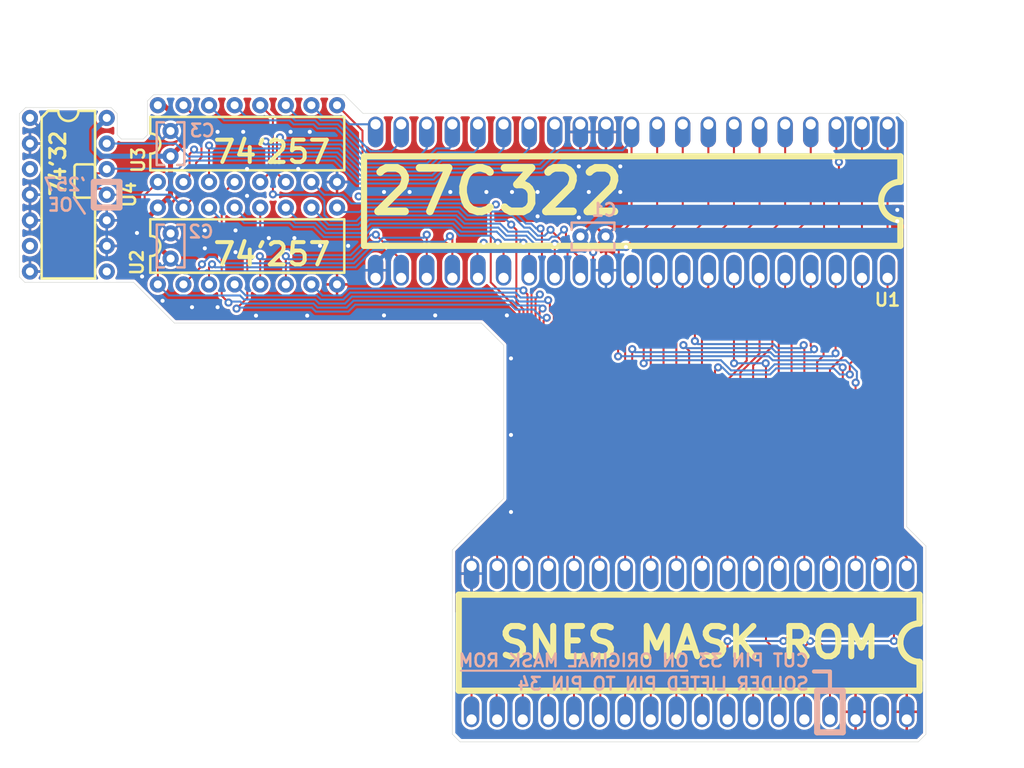
<source format=kicad_pcb>
(kicad_pcb (version 20240108) (generator "pcbnew") (generator_version "8.0")
  (layers (0 "F.Cu" signal) (31 "B.Cu" signal) (34 "B.Paste" user) (35 "F.Paste" user) (36 "B.SilkS" user "B.Silkscreen") (37 "F.SilkS" user "F.Silkscreen") (38 "B.Mask" user) (39 "F.Mask" user) (44 "Edge.Cuts" user))
  (net 0 "")
  (net 1 "VCC")
  (net 2 "GND")
  (net 3 "/~{OE}")
  (net 4 "Net-(JP1-A)")
  (net 5 "/A_{17}")
  (net 6 "/A_{15}")
  (net 7 "/A_{14}")
  (net 8 "/A_{19}")
  (net 9 "/D_{6}")
  (net 10 "/D_{2}")
  (net 11 "/A_{8}")
  (net 12 "/A_{21}")
  (net 13 "/~{CE}")
  (net 14 "/D_{1}")
  (net 15 "/A_{3}")
  (net 16 "/A_{7}")
  (net 17 "/A_{5}")
  (net 18 "/D_{4}")
  (net 19 "/D_{0}")
  (net 20 "/A_{20}")
  (net 21 "/A_{6}")
  (net 22 "/A_{12}")
  (net 23 "/D_{3}")
  (net 24 "/A_{0}")
  (net 25 "/A_{10}")
  (net 26 "/A_{18}")
  (net 27 "/A_{4}")
  (net 28 "/A_{11}")
  (net 29 "/A_{16}")
  (net 31 "/A_{1}")
  (net 32 "/D_{5}")
  (net 33 "/A_{2}")
  (net 34 "/A_{9}")
  (net 35 "/A_{13}")
  (net 36 "/D_{7}")
  (net 37 "/Q_{0}")
  (net 38 "/Q_{12}")
  (net 39 "/Q_{11}")
  (net 40 "/Q_{3}")
  (net 41 "/Q_{13}")
  (net 42 "/Q_{15}")
  (net 43 "/Q_{6}")
  (net 44 "/Q_{4}")
  (net 45 "/Q_{5}")
  (net 46 "/Q_{10}")
  (net 47 "/Q_{14}")
  (net 48 "/Q_{2}")
  (net 49 "/Q_{1}")
  (net 50 "/Q_{8}")
  (net 51 "/Q_{7}")
  (net 52 "/Q_{9}")
  (footprint "Bucketmouse:PDIP_42_Offset_Pads" (layer "F.Cu") (at 165.5318 82.1817)
    (property "Reference" "U1")
    (property "Value" "27C322")
  )
  (footprint "Bucketmouse:DIP-14_W7.62mm" (layer "F.Cu") (at 104.5718 75.2)
    (property "Reference" "U4")
    (property "Value" "74LS32")
  )
  (footprint "Bucketmouse:SJ" (layer "F.Cu") (at 110.0074 81.4578 90)
    (property "Reference" "JP1" (hide yes))
    (property "Value" "Jumper_2_Open")
  )
  (footprint "Bucketmouse:DIP-16_W7.62mm" (layer "F.Cu") (at 117.26 81.56 90)
    (property "Reference" "U3")
    (property "Value" "74CBTLV3257")
  )
  (footprint "Bucketmouse:DIP-16_W7.62mm" (layer "F.Cu") (at 117.26 91.72 90)
    (property "Reference" "U2")
    (property "Value" "74CBTLV3257")
  )
  (footprint "Bucketmouse:36-PDIP" (layer "F.Cu") (at 169.9768 127.2667)
    (property "Reference" "U$1" (hide yes))
    (property "Value" "29F016")
  )
  (footprint "Bucketmouse:C_THT" (layer "B.Cu") (at 118.53 89.16 90)
    (property "Reference" "C2")
    (property "Value" "C")
  )
  (footprint "Bucketmouse:C_THT" (layer "B.Cu") (at 159.19 86.96)
    (property "Reference" "C1")
    (property "Value" "C")
  )
  (footprint "Bucketmouse:C_THT" (layer "B.Cu") (at 118.52 79 90)
    (property "Reference" "C3")
    (property "Value" "C")
  )
  (gr_line (start 183.9468 132.0292) (end 182.6768 132.0292) (stroke (width 0.6096)) (layer "B.SilkS"))
  (gr_line (start 183.9468 130.1242) (end 183.9468 132.0292) (stroke (width 0.4064)) (layer "B.SilkS"))
  (gr_line (start 147.32 130.048) (end 169.799 130.048) (stroke (width 0.2)) (layer "B.SilkS"))
  (gr_line (start 110.9091 84.074) (end 110.9091 81.5594) (stroke (width 0.6096)) (layer "B.SilkS"))
  (gr_line (start 185.2168 136.1567) (end 185.2168 132.0292) (stroke (width 0.6096)) (layer "B.SilkS"))
  (gr_line (start 182.6768 132.0292) (end 182.6768 136.1567) (stroke (width 0.6096)) (layer "B.SilkS"))
  (gr_line (start 185.2168 132.0292) (end 183.9468 132.0292) (stroke (width 0.6096)) (layer "B.SilkS"))
  (gr_line (start 182.6768 136.1567) (end 185.2168 136.1567) (stroke (width 0.6096)) (layer "B.SilkS"))
  (gr_line (start 113.4491 84.074) (end 113.4491 81.5594) (stroke (width 0.6096)) (layer "B.SilkS"))
  (gr_line (start 182.3593 130.1242) (end 183.9468 130.1242) (stroke (width 0.4064)) (layer "B.SilkS"))
  (gr_line (start 110.9218 81.5467) (end 113.4618 81.5467) (stroke (width 0.6096)) (layer "B.SilkS"))
  (gr_line (start 110.9218 84.0867) (end 113.4618 84.0867) (stroke (width 0.6096)) (layer "B.SilkS"))
  (gr_line (start 147.1168 132.0292) (end 192.8368 132.0292) (stroke (width 0.6096)) (layer "F.SilkS"))
  (gr_line (start 147.1168 122.5042) (end 192.8368 122.5042) (stroke (width 0.6096)) (layer "F.SilkS"))
  (gr_line (start 192.8368 122.5042) (end 192.8368 125.3617) (stroke (width 0.6096)) (layer "F.SilkS"))
  (gr_arc (start 192.8368 129.1717) (mid 190.9318 127.2667) (end 192.8368 125.3617) (stroke (width 0.6096)) (layer "F.SilkS"))
  (gr_line (start 147.1168 122.5042) (end 147.1168 132.0292) (stroke (width 0.6096)) (layer "F.SilkS"))
  (gr_line (start 192.8368 129.1717) (end 192.8368 132.0292) (stroke (width 0.6096)) (layer "F.SilkS"))
  (gr_line (start 146.4818 118.0592) (end 146.4818 136.3472) (stroke (width 0.05)) (layer "Edge.Cuts"))
  (gr_line (start 104.0638 91.5162) (end 114.8588 91.5162) (stroke (width 0.05)) (layer "Edge.Cuts"))
  (gr_line (start 116.2304 76.8858) (end 115.824 77.2922) (stroke (width 0.05)) (layer "Edge.Cuts"))
  (gr_line (start 147.2438 137.1092) (end 192.7098 137.1092) (stroke (width 0.05)) (layer "Edge.Cuts"))
  (gr_line (start 193.4718 117.6782) (end 191.5668 115.7732) (stroke (width 0.05)) (layer "Edge.Cuts"))
  (gr_line (start 112.6236 74.168) (end 104.14 74.168) (stroke (width 0.05)) (layer "Edge.Cuts"))
  (gr_line (start 116.2304 76.8858) (end 116.2304 73.5076) (stroke (width 0.05)) (layer "Edge.Cuts"))
  (gr_line (start 190.8048 74.7522) (end 191.5668 75.5142) (stroke (width 0.05)) (layer "Edge.Cuts"))
  (gr_line (start 114.8588 91.5162) (end 118.8974 95.5548) (stroke (width 0.05)) (layer "Edge.Cuts"))
  (gr_line (start 113.6396 77.2922) (end 113.2332 76.8858) (stroke (width 0.05)) (layer "Edge.Cuts"))
  (gr_line (start 135.763 72.898) (end 137.6172 74.7522) (stroke (width 0.05)) (layer "Edge.Cuts"))
  (gr_line (start 137.6172 74.7522) (end 190.8048 74.7522) (stroke (width 0.05)) (layer "Edge.Cuts"))
  (gr_line (start 191.5668 115.7732) (end 191.5668 75.5142) (stroke (width 0.05)) (layer "Edge.Cuts"))
  (gr_line (start 103.5304 74.7776) (end 104.14 74.168) (stroke (width 0.05)) (layer "Edge.Cuts"))
  (gr_line (start 146.4818 136.3472) (end 147.2438 137.1092) (stroke (width 0.05)) (layer "Edge.Cuts"))
  (gr_line (start 151.5618 112.9792) (end 151.5618 97.7392) (stroke (width 0.05)) (layer "Edge.Cuts"))
  (gr_line (start 146.4818 118.0592) (end 151.5618 112.9792) (stroke (width 0.05)) (layer "Edge.Cuts"))
  (gr_line (start 135.763 72.898) (end 116.84 72.898) (stroke (width 0.05)) (layer "Edge.Cuts"))
  (gr_line (start 151.5618 97.7392) (end 149.3647 95.5548) (stroke (width 0.05)) (layer "Edge.Cuts"))
  (gr_line (start 103.5304 90.9828) (end 104.0638 91.5162) (stroke (width 0.05)) (layer "Edge.Cuts"))
  (gr_line (start 193.4718 136.3472) (end 193.4718 117.6782) (stroke (width 0.05)) (layer "Edge.Cuts"))
  (gr_line (start 116.2304 73.5076) (end 116.84 72.898) (stroke (width 0.05)) (layer "Edge.Cuts"))
  (gr_line (start 113.2332 74.7776) (end 112.6236 74.168) (stroke (width 0.05)) (layer "Edge.Cuts"))
  (gr_line (start 103.5304 74.7776) (end 103.5304 90.9828) (stroke (width 0.05)) (layer "Edge.Cuts"))
  (gr_line (start 192.7098 137.1092) (end 193.4718 136.3472) (stroke (width 0.05)) (layer "Edge.Cuts"))
  (gr_line (start 113.2332 76.8858) (end 113.2332 74.7776) (stroke (width 0.05)) (layer "Edge.Cuts"))
  (gr_line (start 115.824 77.2922) (end 113.6396 77.2922) (stroke (width 0.05)) (layer "Edge.Cuts"))
  (gr_line (start 149.3647 95.5548) (end 118.8974 95.5548) (stroke (width 0.05)) (layer "Edge.Cuts"))
  (gr_text "CUT PIN 33 ON ORIGINAL MASK ROM\n" (at 181.991 129.032 0) (layer "B.SilkS") (effects (font (size 1.25 1.25) (thickness 0.25) (bold yes)) (justify left mirror)))
  (gr_text "'257\n/OE" (at 110.2868 82.8167 0) (layer "B.SilkS") (effects (font (size 1.25 1.25) (thickness 0.25) (bold yes)) (justify left mirror)))
  (gr_text "SOLDER LIFTED PIN TO PIN 34" (at 181.991 132.08 0) (layer "B.SilkS") (effects (font (size 1.25 1.25) (thickness 0.25) (bold yes)) (justify left bottom mirror)))
  (gr_text "74'32" (at 106.4768 83.1342 90) (layer "F.SilkS") (effects (font (size 1.5 1.5) (thickness 0.3) (bold yes)) (justify left top)))
  (gr_text "74'257" (at 122.555 90.01379 0) (layer "F.SilkS") (effects (font (size 2.2 2.2) (thickness 0.4) (bold yes)) (justify left bottom)))
  (gr_text "27C322" (at 137.9982 85.0392 0) (layer "F.SilkS") (effects (font (size 4.318 4.318) (thickness 0.762)) (justify left bottom)))
  (gr_text "SNES MASK ROM" (at 169.9895 127.254 0) (layer "F.SilkS") (effects (font (size 3 3) (thickness 0.6) (bold yes))))
  (gr_text "74'257" (at 122.555 79.85379 0) (layer "F.SilkS") (effects (font (size 2.2 2.2) (thickness 0.4) (bold yes)) (justify left bottom)))
  (segment (start 119.9134 77.6066) (end 119.9134 75.9968) (width 0.5) (layer "F.Cu") (net 1))
  (segment (start 119.9134 75.9968) (end 117.8566 73.94) (width 0.5) (layer "F.Cu") (net 1))
  (segment (start 118.53 89.16) (end 116.501 87.131) (width 0.5) (layer "F.Cu") (net 1))
  (segment (start 117.26 84.1) (end 118.52 82.84) (width 0.5) (layer "F.Cu") (net 1))
  (segment (start 116.501 84.859) (end 117.26 84.1) (width 0.5) (layer "F.Cu") (net 1))
  (segment (start 117.8566 73.94) (end 117.26 73.94) (width 0.5) (layer "F.Cu") (net 1))
  (segment (start 116.501 87.131) (end 116.501 84.859) (width 0.5) (layer "F.Cu") (net 1))
  (segment (start 118.52 79) (end 119.9134 77.6066) (width 0.5) (layer "F.Cu") (net 1))
  (segment (start 118.52 82.84) (end 118.52 79) (width 0.5) (layer "F.Cu") (net 1))
  (via (at 190.627 85.4456) (size 0.8) (drill 0.4) (layers "F.Cu" "B.Cu") (net 1))
  (via (at 190.627 84.328) (size 0.8) (drill 0.4) (layers "F.Cu" "B.Cu") (net 1))
  (segment (start 138.8618 91.0717) (end 138.8618 90.5002) (width 0.2) (layer "B.Cu") (net 1))
  (segment (start 156.2025 88.4607) (end 157.2185 88.4607) (width 0.25) (layer "B.Cu") (net 1))
  (segment (start 111.684033 79) (end 110.9418 78.257767) (width 0.5) (layer "B.Cu") (net 1))
  (segment (start 156.1275 88.3857) (end 156.1338 88.392) (width 0.4) (layer "B.Cu") (net 1))
  (segment (start 137.129 90.52) (end 119.89 90.52) (width 0.4) (layer "B.Cu") (net 1))
  (segment (start 118.52 79) (end 111.684033 79) (width 0.5) (layer "B.Cu") (net 1))
  (segment (start 140.117538 88.3857) (end 156.1275 88.3857) (width 0.4) (layer "B.Cu") (net 1))
  (segment (start 138.8618 91.0717) (end 138.8618 89.641438) (width 0.2) (layer "B.Cu") (net 1))
  (segment (start 156.1338 88.392) (end 156.2025 88.4607) (width 0.25) (layer "B.Cu") (net 1))
  (segment (start 110.9418 78.257767) (end 110.9418 76.45) (width 0.5) (layer "B.Cu") (net 1))
  (segment (start 110.9418 76.45) (end 112.1918 75.2) (width 0.5) (layer "B.Cu") (net 1))
  (segment (start 138.8618 89.641438) (end 140.117538 88.3857) (width 0.4) (layer "B.Cu") (net 1))
  (segment (start 115.746114 91.834294) (end 117.207706 93.295886) (width 0.225) (layer "F.Cu") (net 2))
  (segment (start 161.69 91.0399) (end 161.7218 91.0717) (width 0.2) (layer "F.Cu") (net 2))
  (via (at 154.94 82.55) (size 0.8) (drill 0.4) (layers "F.Cu" "B.Cu") (net 2))
  (via (at 130.429 76.581) (size 0.8) (drill 0.4) (layers "F.Cu" "B.Cu") (net 2))
  (via (at 128.27 87.122) (size 0.8) (drill 0.4) (layers "F.Cu" "B.Cu") (net 2))
  (via (at 152.2984 99.06) (size 0.8) (drill 0.4) (layers "F.Cu" "B.Cu") (net 2))
  (via (at 163.1442 80.01) (size 0.8) (drill 0.4) (layers "F.Cu" "B.Cu") (net 2))
  (via (at 120.65 93.98) (size 0.8) (drill 0.4) (layers "F.Cu" "B.Cu") (net 2))
  (via (at 149.86 82.55) (size 0.8) (drill 0.4) (layers "F.Cu" "B.Cu") (net 2))
  (via (at 144.78 94.7928) (size 0.8) (drill 0.4) (layers "F.Cu" "B.Cu") (net 2))
  (via (at 139.7 94.7928) (size 0.8) (drill 0.4) (layers "F.Cu" "B.Cu") (net 2))
  (via (at 151.892 94.7928) (size 0.8) (drill 0.4) (layers "F.Cu" "B.Cu") (net 2))
  (via (at 142.24 82.55) (size 0.8) (drill 0.4) (layers "F.Cu" "B.Cu") (net 2))
  (via (at 133.35 87.884) (size 0.8) (drill 0.4) (layers "F.Cu" "B.Cu") (net 2))
  (via (at 159.0294 80.01) (size 0.8) (drill 0.4) (layers "F.Cu" "B.Cu") (net 2))
  (via (at 159.0294 85.09) (size 0.8) (drill 0.4) (layers "F.Cu" "B.Cu") (net 2))
  (via (at 127 94.8182) (size 0.8) (drill 0.4) (layers "F.Cu" "B.Cu") (net 2))
  (via (at 117.729 93.345) (size 0.8) (drill 0.4) (layers "F.Cu" "B.Cu") (net 2))
  (via (at 160.02 82.55) (size 0.8) (drill 0.4) (layers "F.Cu" "B.Cu") (net 2))
  (via (at 121.92 86.36) (size 0.8) (drill 0.4) (layers "F.Cu" "B.Cu") (net 2))
  (via (at 123.19 76.581) (size 0.8) (drill 0.4) (layers "F.Cu" "B.Cu") (net 2))
  (via (at 152.2984 106.6546) (size 0.8) (drill 0.4) (layers "F.Cu" "B.Cu") (net 2))
  (via (at 152.4 82.55) (size 0.8) (drill 0.4) (layers "F.Cu" "B.Cu") (net 2))
  (via (at 124.968 88.519) (size 0.8) (drill 0.4) (layers "F.Cu" "B.Cu") (net 2))
  (via (at 131.191 80.264) (size 0.8) (drill 0.4) (layers "F.Cu" "B.Cu") (net 2))
  (via (at 139.7 82.55) (size 0.8) (drill 0.4) (layers "F.Cu" "B.Cu") (net 2))
  (via (at 132.08 94.8182) (size 0.8) (drill 0.4) (layers "F.Cu" "B.Cu") (net 2))
  (via (at 163.1442 82.55) (size 0.8) (drill 0.4) (layers "F.Cu" "B.Cu") (net 2))
  (via (at 115.697 90.932) (size 0.8) (drill 0.4) (layers "F.Cu" "B.Cu") (net 2))
  (via (at 146.2786 82.55) (size 0.8) (drill 0.4) (layers "F.Cu" "B.Cu") (net 2))
  (via (at 130.81 87.122) (size 0.8) (drill 0.4) (layers "F.Cu" "B.Cu") (net 2))
  (via (at 136.144 87.8905) (size 0.8) (drill 0.4) (layers "F.Cu" "B.Cu") (net 2))
  (via (at 121.92 88.138) (size 0.8) (drill 0.4) (layers "F.Cu" "B.Cu") (net 2))
  (via (at 115.189 86.614) (size 0.8) (drill 0.4) (layers "F.Cu" "B.Cu") (net 2))
  (via (at 123.19 93.98) (size 0.8) (drill 0.4) (layers "F.Cu" "B.Cu") (net 2))
  (via (at 125.73 76.581) (size 0.8) (drill 0.4) (layers "F.Cu" "B.Cu") (net 2))
  (via (at 132.334 76.581) (size 0.8) (drill 0.4) (layers "F.Cu" "B.Cu") (net 2))
  (via (at 154.94 84.963) (size 0.8) (drill 0.4) (layers "F.Cu" "B.Cu") (net 2))
  (via (at 126.111 80.264) (size 0.8) (drill 0.4) (layers "F.Cu" "B.Cu") (net 2))
  (via (at 126.111 82.931) (size 0.8) (drill 0.4) (layers "F.Cu" "B.Cu") (net 2))
  (via (at 152.2984 114.3) (size 0.8) (drill 0.4) (layers "F.Cu" "B.Cu") (net 2))
  (via (at 124.968 86.36) (size 0.8) (drill 0.4) (layers "F.Cu" "B.Cu") (net 2))
  (segment (start 118.52 76.5) (end 118.675 76.345) (width 0.4) (layer "B.Cu") (net 2))
  (segment (start 161.69 86.96) (end 162.4424 86.2076) (width 0.2) (layer "B.Cu") (net 2))
  (segment (start 162.4424 86.2076) (end 163.8046 86.2076) (width 0.2) (layer "B.Cu") (net 2))
  (segment (start 117.083197 93.171377) (end 115.679031 91.767211) (width 0.225) (layer "B.Cu") (net 2))
  (segment (start 183.3118 88.8492) (end 183.3118 98.7806) (width 0.2) (layer "F.Cu") (net 3))
  (segment (start 183.9468 128.2954) (end 183.9468 134.8867) (width 0.2) (layer "F.Cu") (net 3))
  (segment (start 183.3118 98.7806) (end 182.6768 99.4156) (width 0.2) (layer "F.Cu") (net 3))
  (segment (start 111.776 80.6958) (end 112.1918 80.28) (width 0.2) (layer "F.Cu") (net 3))
  (segment (start 184.8358 87.3252) (end 183.3118 88.8492) (width 0.2) (layer "F.Cu") (net 3))
  (segment (start 182.6768 99.4156) (end 182.6768 127.0254) (width 0.2) (layer "F.Cu") (net 3))
  (segment (start 110.0074 80.6958) (end 111.776 80.6958) (width 0.2) (layer "F.Cu") (net 3))
  (segment (start 184.8358 79.5782) (end 184.8358 87.3252) (width 0.2) (layer "F.Cu") (net 3))
  (segment (start 182.6768 127.0254) (end 183.9468 128.2954) (width 0.2) (layer "F.Cu") (net 3))
  (via (at 184.8358 79.5782) (size 0.8) (drill 0.4) (layers "F.Cu" "B.Cu") (net 3))
  (segment (start 134.7529 79.4317) (end 120.1361 79.4317) (width 0.2) (layer "B.Cu") (net 3))
  (segment (start 112.2332 80.2386) (end 112.1918 80.28) (width 0.2) (layer "B.Cu") (net 3))
  (segment (start 120.1361 79.4317) (end 119.3292 80.2386) (width 0.2) (layer "B.Cu") (net 3))
  (segment (start 145.8976 80.6196) (end 144.8054 81.7118) (width 0.2) (layer "B.Cu") (net 3))
  (segment (start 155.461772 80.6196) (end 145.8976 80.6196) (width 0.2) (layer "B.Cu") (net 3))
  (segment (start 184.0753 78.8177) (end 157.263672 78.8177) (width 0.2) (layer "B.Cu") (net 3))
  (segment (start 137.033 81.7118) (end 134.7529 79.4317) (width 0.2) (layer "B.Cu") (net 3))
  (segment (start 144.8054 81.7118) (end 137.033 81.7118) (width 0.2) (layer "B.Cu") (net 3))
  (segment (start 119.3292 80.2386) (end 112.2332 80.2386) (width 0.2) (layer "B.Cu") (net 3))
  (segment (start 157.263672 78.8177) (end 155.461772 80.6196) (width 0.2) (layer "B.Cu") (net 3))
  (segment (start 184.8358 79.5782) (end 184.0753 78.8177) (width 0.2) (layer "B.Cu") (net 3))
  (segment (start 121.0564 79.6544) (end 121.5898 79.121) (width 0.2) (layer "F.Cu") (net 4))
  (segment (start 119.8 84.1) (end 121.0564 82.8436) (width 0.2) (layer "F.Cu") (net 4))
  (segment (start 121.5898 79.121) (end 121.5898 75.7298) (width 0.2) (layer "F.Cu") (net 4))
  (segment (start 111.5916 82.2198) (end 112.1918 82.82) (width 0.2) (layer "F.Cu") (net 4))
  (segment (start 110.0074 82.2198) (end 111.5916 82.2198) (width 0.2) (layer "F.Cu") (net 4))
  (segment (start 121.5898 75.7298) (end 119.8 73.94) (width 0.2) (layer "F.Cu") (net 4))
  (segment (start 121.0564 82.8436) (end 121.0564 79.6544) (width 0.2) (layer "F.Cu") (net 4))
  (segment (start 112.1918 82.82) (end 118.52 82.82) (width 0.2) (layer "B.Cu") (net 4))
  (segment (start 118.52 82.82) (end 119.8 84.1) (width 0.2) (layer "B.Cu") (net 4))
  (segment (start 185.209691 99.946691) (end 185.2168 99.9538) (width 0.2) (layer "F.Cu") (net 5))
  (segment (start 165.4668 99.5426) (end 165.4668 93.3338) (width 0.2) (layer "F.Cu") (net 5))
  (segment (start 166.8018 91.9988) (end 166.8018 91.0717) (width 0.2) (layer "F.Cu") (net 5))
  (segment (start 165.4668 93.3338) (end 166.8018 91.9988) (width 0.2) (layer "F.Cu") (net 5))
  (segment (start 185.2168 99.9538) (end 185.2168 116.8908) (width 0.2) (layer "F.Cu") (net 5))
  (segment (start 186.4868 118.1608) (end 186.4868 119.6467) (width 0.2) (layer "F.Cu") (net 5))
  (segment (start 185.2168 116.8908) (end 186.4868 118.1608) (width 0.2) (layer "F.Cu") (net 5))
  (via (at 165.4668 99.5426) (size 0.8) (drill 0.4) (layers "F.Cu" "B.Cu") (net 5))
  (via (at 185.209691 99.946691) (size 0.8) (drill 0.4) (layers "F.Cu" "B.Cu") (net 5))
  (segment (start 165.4668 99.5426) (end 165.7668 99.2426) (width 0.2) (layer "B.Cu") (net 5))
  (segment (start 173.1312 99.2426) (end 174.1424 100.2538) (width 0.2) (layer "B.Cu") (net 5))
  (segment (start 174.1424 100.2538) (end 177.85015 100.2538) (width 0.2) (layer "B.Cu") (net 5))
  (segment (start 178.457259 99.646691) (end 184.909691 99.646691) (width 0.2) (layer "B.Cu") (net 5))
  (segment (start 165.7668 99.2426) (end 173.1312 99.2426) (width 0.2) (layer "B.Cu") (net 5))
  (segment (start 184.909691 99.646691) (end 185.209691 99.946691) (width 0.2) (layer "B.Cu") (net 5))
  (segment (start 177.85015 100.2538) (end 178.457259 99.646691) (width 0.2) (layer "B.Cu") (net 5))
  (segment (start 170.5468 97.3426) (end 170.5468 93.3338) (width 0.2) (layer "F.Cu") (net 6))
  (segment (start 181.4068 97.811691) (end 181.4068 119.6467) (width 0.2) (layer "F.Cu") (net 6))
  (segment (start 170.5468 93.3338) (end 171.8818 91.9988) (width 0.2) (layer "F.Cu") (net 6))
  (segment (start 171.8818 91.9988) (end 171.8818 91.0717) (width 0.2) (layer "F.Cu") (net 6))
  (segment (start 181.3418 97.746691) (end 181.4068 97.811691) (width 0.2) (layer "F.Cu") (net 6))
  (via (at 170.5468 97.3426) (size 0.8) (drill 0.4) (layers "F.Cu" "B.Cu") (net 6))
  (via (at 181.3418 97.746691) (size 0.8) (drill 0.4) (layers "F.Cu" "B.Cu") (net 6))
  (segment (start 178.358408 97.6426) (end 170.8468 97.6426) (width 0.2) (layer "B.Cu") (net 6))
  (segment (start 178.762499 98.046691) (end 178.358408 97.6426) (width 0.2) (layer "B.Cu") (net 6))
  (segment (start 170.8468 97.6426) (end 170.5468 97.3426) (width 0.2) (layer "B.Cu") (net 6))
  (segment (start 181.3418 97.746691) (end 181.0418 98.046691) (width 0.2) (layer "B.Cu") (net 6))
  (segment (start 181.0418 98.046691) (end 178.762499 98.046691) (width 0.2) (layer "B.Cu") (net 6))
  (segment (start 174.4218 99.53032) (end 174.4218 91.0717) (width 0.2) (layer "F.Cu") (net 7))
  (segment (start 177.5714 99.5426) (end 177.5968 99.568) (width 0.2) (layer "F.Cu") (net 7))
  (segment (start 174.434079 99.542599) (end 174.4218 99.53032) (width 0.2) (layer "F.Cu") (net 7))
  (segment (start 177.5968 127.0508) (end 178.8668 128.3208) (width 0.2) (layer "F.Cu") (net 7))
  (segment (start 177.5968 99.568) (end 177.5968 127.0508) (width 0.2) (layer "F.Cu") (net 7))
  (segment (start 178.8668 128.3208) (end 178.8668 134.8867) (width 0.2) (layer "F.Cu") (net 7))
  (via (at 174.434079 99.542599) (size 0.8) (drill 0.4) (layers "F.Cu" "B.Cu") (net 7))
  (via (at 177.5714 99.5426) (size 0.8) (drill 0.4) (layers "F.Cu" "B.Cu") (net 7))
  (segment (start 174.434079 99.542599) (end 174.43408 99.5426) (width 0.2) (layer "B.Cu") (net 7))
  (segment (start 174.43408 99.5426) (end 177.5714 99.5426) (width 0.2) (layer "B.Cu") (net 7))
  (segment (start 181.3814 127.702383) (end 181.3814 134.8613) (width 0.2) (layer "F.Cu") (net 8))
  (segment (start 190.2968 127.1016) (end 190.2968 118.7958) (width 0.2) (layer "F.Cu") (net 8))
  (segment (start 181.981081 127.102702) (end 181.3814 127.702383) (width 0.2) (layer "F.Cu") (net 8))
  (segment (start 190.2968 118.7958) (end 188.3918 116.8908) (width 0.2) (layer "F.Cu") (net 8))
  (segment (start 188.3918 116.8908) (end 188.3918 88.8492) (width 0.2) (layer "F.Cu") (net 8))
  (segment (start 181.3814 134.8613) (end 181.4068 134.8867) (width 0.2) (layer "F.Cu") (net 8))
  (segment (start 188.3918 88.8492) (end 189.6618 87.5792) (width 0.2) (layer "F.Cu") (net 8))
  (segment (start 189.6618 87.5792) (end 189.6618 75.8317) (width 0.2) (layer "F.Cu") (net 8))
  (via (at 181.981081 127.102702) (size 0.8) (drill 0.4) (layers "F.Cu" "B.Cu") (net 8))
  (via (at 190.2968 127.1016) (size 0.8) (drill 0.4) (layers "F.Cu" "B.Cu") (net 8))
  (segment (start 190.2968 127.1016) (end 181.982183 127.1016) (width 0.2) (layer "B.Cu") (net 8))
  (segment (start 181.982183 127.1016) (end 181.981081 127.102702) (width 0.2) (layer "B.Cu") (net 8))
  (segment (start 155.5368 95.326903) (end 155.5368 95.4278) (width 0.2) (layer "F.Cu") (net 9))
  (segment (start 155.5368 95.338718) (end 155.5368 95.4278) (width 0.2) (layer "F.Cu") (net 9))
  (segment (start 127.42 87.814) (end 127.42 84.1) (width 0.2) (layer "F.Cu") (net 9))
  (segment (start 155.5368 115.855114) (end 157.2768 117.595114) (width 0.2) (layer "F.Cu") (net 9))
  (segment (start 126.1364 93.0544) (end 126.1364 89.0976) (width 0.2) (layer "F.Cu") (net 9))
  (segment (start 126.1364 89.0976) (end 127.42 87.814) (width 0.2) (layer "F.Cu") (net 9))
  (segment (start 125.0696 94.1212) (end 126.1364 93.0544) (width 0.2) (layer "F.Cu") (net 9))
  (segment (start 157.2768 123.1392) (end 156.0068 124.4092) (width 0.2) (layer "F.Cu") (net 9))
  (segment (start 155.5368 95.4278) (end 155.5368 115.855114) (width 0.2) (layer "F.Cu") (net 9))
  (segment (start 156.0068 124.4092) (end 156.0068 134.8867) (width 0.2) (layer "F.Cu") (net 9))
  (segment (start 155.850137 95.025381) (end 155.5368 95.338718) (width 0.2) (layer "F.Cu") (net 9))
  (segment (start 157.2768 117.595114) (end 157.2768 123.1392) (width 0.2) (layer "F.Cu") (net 9))
  (via (at 155.850137 95.025381) (size 0.8) (drill 0.4) (layers "F.Cu" "B.Cu") (net 9))
  (via (at 125.0696 94.1212) (size 0.8) (drill 0.4) (layers "F.Cu" "B.Cu") (net 9))
  (segment (start 125.0696 94.1212) (end 125.0696 93.995568) (width 0.2) (layer "B.Cu") (net 9))
  (segment (start 132.537256 94.02) (end 132.937256 94.42) (width 0.2) (layer "B.Cu") (net 9))
  (segment (start 132.937256 94.42) (end 136.158379 94.42) (width 0.2) (layer "B.Cu") (net 9))
  (segment (start 125.0696 94.1212) (end 125.1708 94.02) (width 0.2) (layer "B.Cu") (net 9))
  (segment (start 152.269802 93.7337) (end 152.750902 94.2148) (width 0.2) (layer "B.Cu") (net 9))
  (segment (start 125.1708 94.02) (end 132.537256 94.02) (width 0.2) (layer "B.Cu") (net 9))
  (segment (start 152.750902 94.2148) (end 154.54685 94.2148) (width 0.2) (layer "B.Cu") (net 9))
  (segment (start 154.54685 94.2148) (end 155.357431 95.025381) (width 0.2) (layer "B.Cu") (net 9))
  (segment (start 136.158379 94.42) (end 136.844679 93.7337) (width 0.2) (layer "B.Cu") (net 9))
  (segment (start 136.844679 93.7337) (end 152.269802 93.7337) (width 0.2) (layer "B.Cu") (net 9))
  (segment (start 155.357431 95.025381) (end 155.850137 95.025381) (width 0.2) (layer "B.Cu") (net 9))
  (segment (start 150.9268 118.3132) (end 150.9268 119.6467) (width 0.2) (layer "F.Cu") (net 10))
  (segment (start 152.321186 85.7857) (end 152.8318 86.296314) (width 0.2) (layer "F.Cu") (net 10))
  (segment (start 153.5368 115.7032) (end 150.9268 118.3132) (width 0.2) (layer "F.Cu") (net 10))
  (segment (start 153.5368 94.195514) (end 153.5368 115.7032) (width 0.2) (layer "F.Cu") (net 10))
  (segment (start 152.8318 86.296314) (end 152.8318 93.490514) (width 0.2) (layer "F.Cu") (net 10))
  (segment (start 128.6764 75.1964) (end 128.6764 82.7786) (width 0.2) (layer "F.Cu") (net 10))
  (segment (start 127.42 73.94) (end 128.6764 75.1964) (width 0.2) (layer "F.Cu") (net 10))
  (segment (start 152.8318 93.490514) (end 153.5368 94.195514) (width 0.2) (layer "F.Cu") (net 10))
  (via (at 152.321186 85.7857) (size 0.8) (drill 0.4) (layers "F.Cu" "B.Cu") (net 10))
  (via (at 128.6764 82.7786) (size 0.8) (drill 0.4) (layers "F.Cu" "B.Cu") (net 10))
  (segment (start 137.896417 84.4857) (end 136.961917 85.4202) (width 0.2) (layer "B.Cu") (net 10))
  (segment (start 133.7818 83.407486) (end 133.203714 82.8294) (width 0.2) (layer "B.Cu") (net 10))
  (segment (start 151.821186 85.2857) (end 147.848043 85.2857) (width 0.2) (layer "B.Cu") (net 10))
  (segment (start 147.048043 84.4857) (end 137.896417 84.4857) (width 0.2) (layer "B.Cu") (net 10))
  (segment (start 136.961917 85.4202) (end 134.3914 85.4202) (width 0.2) (layer "B.Cu") (net 10))
  (segment (start 133.203714 82.8294) (end 128.7272 82.8294) (width 0.2) (layer "B.Cu") (net 10))
  (segment (start 134.3914 85.4202) (end 133.7818 84.8106) (width 0.2) (layer "B.Cu") (net 10))
  (segment (start 147.848043 85.2857) (end 147.048043 84.4857) (width 0.2) (layer "B.Cu") (net 10))
  (segment (start 133.7818 84.8106) (end 133.7818 83.407486) (width 0.2) (layer "B.Cu") (net 10))
  (segment (start 128.7272 82.8294) (end 128.6764 82.7786) (width 0.2) (layer "B.Cu") (net 10))
  (segment (start 152.321186 85.7857) (end 151.821186 85.2857) (width 0.2) (layer "B.Cu") (net 10))
  (segment (start 180.7718 88.8746) (end 183.3626 86.2838) (width 0.2) (layer "F.Cu") (net 11))
  (segment (start 184.5818 78.7908) (end 184.5818 75.8317) (width 0.2) (layer "F.Cu") (net 11))
  (segment (start 180.7718 96.5708) (end 180.7718 88.8746) (width 0.2) (layer "F.Cu") (net 11))
  (segment (start 180.1368 126.2888) (end 180.1368 97.2058) (width 0.2) (layer "F.Cu") (net 11))
  (segment (start 173.7868 134.8867) (end 173.7868 127.1016) (width 0.2) (layer "F.Cu") (net 11))
  (segment (start 179.324 127.1016) (end 180.1368 126.2888) (width 0.2) (layer "F.Cu") (net 11))
  (segment (start 183.3626 80.01) (end 184.5818 78.7908) (width 0.2) (layer "F.Cu") (net 11))
  (segment (start 183.3626 86.2838) (end 183.3626 80.01) (width 0.2) (layer "F.Cu") (net 11))
  (segment (start 180.1368 97.2058) (end 180.7718 96.5708) (width 0.2) (layer "F.Cu") (net 11))
  (via (at 179.324 127.1016) (size 0.8) (drill 0.4) (layers "F.Cu" "B.Cu") (net 11))
  (via (at 173.7868 127.1016) (size 0.8) (drill 0.4) (layers "F.Cu" "B.Cu") (net 11))
  (segment (start 179.324 127.1016) (end 173.7868 127.1016) (width 0.2) (layer "B.Cu") (net 11))
  (segment (start 164.2618 91.9988) (end 164.2618 91.0717) (width 0.2) (layer "F.Cu") (net 12))
  (segment (start 162.9268 93.3338) (end 164.2618 91.9988) (width 0.2) (layer "F.Cu") (net 12))
  (segment (start 162.9268 98.8568) (end 162.9268 93.3338) (width 0.2) (layer "F.Cu") (net 12))
  (segment (start 186.4868 101.479352) (end 186.4868 116.8908) (width 0.2) (layer "F.Cu") (net 12))
  (segment (start 189.0268 119.4308) (end 189.0268 119.6467) (width 0.2) (layer "F.Cu") (net 12))
  (segment (start 186.500071 101.466081) (end 186.4868 101.479352) (width 0.2) (layer "F.Cu") (net 12))
  (segment (start 186.4868 116.8908) (end 189.0268 119.4308) (width 0.2) (layer "F.Cu") (net 12))
  (via (at 186.500071 101.466081) (size 0.8) (drill 0.4) (layers "F.Cu" "B.Cu") (net 12))
  (via (at 162.9268 98.8568) (size 0.8) (drill 0.4) (layers "F.Cu" "B.Cu") (net 12))
  (segment (start 178.265441 99.246691) (end 177.86135 98.8426) (width 0.2) (layer "B.Cu") (net 12))
  (segment (start 186.6168 101.349352) (end 186.6168 100.36385) (width 0.2) (layer "B.Cu") (net 12))
  (segment (start 185.499641 99.246691) (end 178.265441 99.246691) (width 0.2) (layer "B.Cu") (net 12))
  (segment (start 162.941 98.8426) (end 162.9268 98.8568) (width 0.2) (layer "B.Cu") (net 12))
  (segment (start 186.500071 101.466081) (end 186.6168 101.349352) (width 0.2) (layer "B.Cu") (net 12))
  (segment (start 186.6168 100.36385) (end 185.499641 99.246691) (width 0.2) (layer "B.Cu") (net 12))
  (segment (start 177.86135 98.8426) (end 162.941 98.8426) (width 0.2) (layer "B.Cu") (net 12))
  (segment (start 161.8742 99.6696) (end 161.8742 93.1164) (width 0.2) (layer "F.Cu") (net 13))
  (segment (start 162.3568 100.1522) (end 161.8742 99.6696) (width 0.2) (layer "F.Cu") (net 13))
  (segment (start 162.9918 91.9988) (end 162.9918 86.8172) (width 0.2) (layer "F.Cu") (net 13))
  (segment (start 161.163 124.4092) (end 162.3568 123.2154) (width 0.2) (layer "F.Cu") (net 13))
  (segment (start 162.9918 86.8172) (end 164.2618 85.5472) (width 0.2) (layer "F.Cu") (net 13))
  (segment (start 161.163 134.8105) (end 161.163 124.4092) (width 0.2) (layer "F.Cu") (net 13))
  (segment (start 162.3568 123.2154) (end 162.3568 100.1522) (width 0.2) (layer "F.Cu") (net 13))
  (segment (start 161.8742 93.1164) (end 162.9918 91.9988) (width 0.2) (layer "F.Cu") (net 13))
  (segment (start 161.0868 134.8867) (end 161.163 134.8105) (width 0.2) (layer "F.Cu") (net 13))
  (segment (start 164.2618 85.5472) (end 164.2618 75.8317) (width 0.2) (layer "F.Cu") (net 13))
  (segment (start 157.097986 78.4177) (end 163.3649 78.4177) (width 0.2) (layer "B.Cu") (net 13))
  (segment (start 134.918586 79.0317) (end 137.198686 81.3118) (width 0.2) (layer "B.Cu") (net 13))
  (segment (start 145.731914 80.2196) (end 155.296086 80.2196) (width 0.2) (layer "B.Cu") (net 13))
  (segment (start 119.015 77.74) (end 120.3067 79.0317) (width 0.2) (layer "B.Cu") (net 13))
  (segment (start 120.3067 79.0317) (end 134.918586 79.0317) (width 0.2) (layer "B.Cu") (net 13))
  (segment (start 163.3649 78.4177) (end 164.2618 77.5208) (width 0.2) (layer "B.Cu") (net 13))
  (segment (start 137.198686 81.3118) (end 144.639714 81.3118) (width 0.2) (layer "B.Cu") (net 13))
  (segment (start 164.2618 77.5208) (end 164.2618 75.8317) (width 0.2) (layer "B.Cu") (net 13))
  (segment (start 144.639714 81.3118) (end 145.731914 80.2196) (width 0.2) (layer "B.Cu") (net 13))
  (segment (start 155.296086 80.2196) (end 157.097986 78.4177) (width 0.2) (layer "B.Cu") (net 13))
  (segment (start 112.1918 77.74) (end 119.015 77.74) (width 0.2) (layer "B.Cu") (net 13))
  (segment (start 154.3368 116.034572) (end 153.4668 116.904572) (width 0.2) (layer "F.Cu") (net 14))
  (segment (start 155.369811 91.514211) (end 155.3718 91.5162) (width 0.2) (layer "F.Cu") (net 14))
  (segment (start 155.369811 86.312439) (end 155.369811 91.514211) (width 0.2) (layer "F.Cu") (net 14))
  (segment (start 153.4668 116.904572) (end 153.4668 119.6467) (width 0.2) (layer "F.Cu") (net 14))
  (segment (start 155.233278 86.175906) (end 155.369811 86.312439) (width 0.2) (layer "F.Cu") (net 14))
  (segment (start 154.3368 92.5512) (end 154.3368 116.034572) (width 0.2) (layer "F.Cu") (net 14))
  (segment (start 155.3718 91.5162) (end 154.3368 92.5512) (width 0.2) (layer "F.Cu") (net 14))
  (via (at 155.233278 86.175906) (size 0.8) (drill 0.4) (layers "F.Cu" "B.Cu") (net 14))
  (segment (start 148.179415 84.4857) (end 147.379415 83.6857) (width 0.2) (layer "B.Cu") (net 14))
  (segment (start 133.7694 82.8294) (end 132.5 81.56) (width 0.2) (layer "B.Cu") (net 14))
  (segment (start 136.4669 83.6857) (end 135.6106 82.8294) (width 0.2) (layer "B.Cu") (net 14))
  (segment (start 147.379415 83.6857) (end 136.4669 83.6857) (width 0.2) (layer "B.Cu") (net 14))
  (segment (start 152.576822 84.4857) (end 148.179415 84.4857) (width 0.2) (layer "B.Cu") (net 14))
  (segment (start 155.233278 86.175906) (end 154.809014 86.175906) (width 0.2) (layer "B.Cu") (net 14))
  (segment (start 153.776822 85.6857) (end 152.576822 84.4857) (width 0.2) (layer "B.Cu") (net 14))
  (segment (start 154.809014 86.175906) (end 154.318808 85.6857) (width 0.2) (layer "B.Cu") (net 14))
  (segment (start 154.318808 85.6857) (end 153.776822 85.6857) (width 0.2) (layer "B.Cu") (net 14))
  (segment (start 135.6106 82.8294) (end 133.7694 82.8294) (width 0.2) (layer "B.Cu") (net 14))
  (segment (start 168.0718 88.8746) (end 171.8818 85.0646) (width 0.2) (layer "F.Cu") (net 15))
  (segment (start 168.0718 91.9734) (end 168.0718 88.8746) (width 0.2) (layer "F.Cu") (net 15))
  (segment (start 166.1668 93.8784) (end 168.0718 91.9734) (width 0.2) (layer "F.Cu") (net 15))
  (segment (start 171.8818 85.0646) (end 171.8818 75.8317) (width 0.2) (layer "F.Cu") (net 15))
  (segment (start 166.1668 119.6467) (end 166.1668 93.8784) (width 0.2) (layer "F.Cu") (net 15))
  (segment (start 176.3268 99.7712) (end 178.2318 97.8662) (width 0.2) (layer "F.Cu") (net 16))
  (segment (start 178.2318 97.8662) (end 178.2318 88.8492) (width 0.2) (layer "F.Cu") (net 16))
  (segment (start 178.2318 88.8492) (end 182.0418 85.0392) (width 0.2) (layer "F.Cu") (net 16))
  (segment (start 176.3268 119.6467) (end 176.3268 99.7712) (width 0.2) (layer "F.Cu") (net 16))
  (segment (start 182.0418 85.0392) (end 182.0418 75.8317) (width 0.2) (layer "F.Cu") (net 16))
  (segment (start 173.1264 91.9988) (end 173.1264 88.8746) (width 0.2) (layer "F.Cu") (net 17))
  (segment (start 176.9618 85.0392) (end 176.9618 75.8317) (width 0.2) (layer "F.Cu") (net 17))
  (segment (start 171.2468 93.8784) (end 173.1264 91.9988) (width 0.2) (layer "F.Cu") (net 17))
  (segment (start 173.1264 88.8746) (end 176.9618 85.0392) (width 0.2) (layer "F.Cu") (net 17))
  (segment (start 171.2468 119.6467) (end 171.2468 93.8784) (width 0.2) (layer "F.Cu") (net 17))
  (segment (start 150.876 134.8359) (end 150.9268 134.8867) (width 0.2) (layer "F.Cu") (net 18))
  (segment (start 153.9368 92.71369) (end 153.9368 115.868886) (width 0.2) (layer "F.Cu") (net 18))
  (segment (start 153.5318 92.30869) (end 153.9368 92.71369) (width 0.2) (layer "F.Cu") (net 18))
  (segment (start 152.1968 123.0884) (end 150.876 124.4092) (width 0.2) (layer "F.Cu") (net 18))
  (segment (start 152.1968 117.608886) (end 152.1968 123.0884) (width 0.2) (layer "F.Cu") (net 18))
  (segment (start 153.9368 115.868886) (end 152.1968 117.608886) (width 0.2) (layer "F.Cu") (net 18))
  (segment (start 150.876 124.4092) (end 150.876 134.8359) (width 0.2) (layer "F.Cu") (net 18))
  (via (at 153.5318 92.30869) (size 0.8) (drill 0.4) (layers "F.Cu" "B.Cu") (net 18))
  (segment (start 135.495635 92.82) (end 133.6 92.82) (width 0.2) (layer "B.Cu") (net 18))
  (segment (start 136.181935 92.1337) (end 135.495635 92.82) (width 0.2) (layer "B.Cu") (net 18))
  (segment (start 153.5318 92.30869) (end 153.35681 92.1337) (width 0.2) (layer "B.Cu") (net 18))
  (segment (start 133.6 92.82) (end 132.5 91.72) (width 0.2) (layer "B.Cu") (net 18))
  (segment (start 153.35681 92.1337) (end 136.181935 92.1337) (width 0.2) (layer "B.Cu") (net 18))
  (segment (start 156.0068 116.8908) (end 156.0068 119.6467) (width 0.2) (layer "F.Cu") (net 19))
  (segment (start 123.5964 92.845899) (end 123.5964 82.8436) (width 0.2) (layer "F.Cu") (net 19))
  (segment (start 155.4368 94.1148) (end 155.1368 94.4148) (width 0.2) (layer "F.Cu") (net 19))
  (segment (start 124.270501 93.52) (end 123.5964 92.845899) (width 0.2) (layer "F.Cu") (net 19))
  (segment (start 155.1368 94.4148) (end 155.1368 116.0208) (width 0.2) (layer "F.Cu") (net 19))
  (segment (start 123.5964 82.8436) (end 124.88 81.56) (width 0.2) (layer "F.Cu") (net 19))
  (segment (start 155.1368 116.0208) (end 156.0068 116.8908) (width 0.2) (layer "F.Cu") (net 19))
  (via (at 124.270501 93.52) (size 0.8) (drill 0.4) (layers "F.Cu" "B.Cu") (net 19))
  (via (at 155.4368 94.1148) (size 0.8) (drill 0.4) (layers "F.Cu" "B.Cu") (net 19))
  (segment (start 155.1368 93.8148) (end 155.4368 94.1148) (width 0.2) (layer "B.Cu") (net 19))
  (segment (start 125.648628 93.62) (end 132.702942 93.62) (width 0.2) (layer "B.Cu") (net 19))
  (segment (start 133.102942 94.02) (end 135.992693 94.02) (width 0.2) (layer "B.Cu") (net 19))
  (segment (start 136.678993 93.3337) (end 152.435488 93.3337) (width 0.2) (layer "B.Cu") (net 19))
  (segment (start 124.270501 93.52) (end 124.369301 93.4212) (width 0.2) (layer "B.Cu") (net 19))
  (segment (start 135.992693 94.02) (end 136.678993 93.3337) (width 0.2) (layer "B.Cu") (net 19))
  (segment (start 125.449828 93.4212) (end 125.648628 93.62) (width 0.2) (layer "B.Cu") (net 19))
  (segment (start 124.369301 93.4212) (end 125.449828 93.4212) (width 0.2) (layer "B.Cu") (net 19))
  (segment (start 152.435488 93.3337) (end 152.916588 93.8148) (width 0.2) (layer "B.Cu") (net 19))
  (segment (start 132.702942 93.62) (end 133.102942 94.02) (width 0.2) (layer "B.Cu") (net 19))
  (segment (start 152.916588 93.8148) (end 155.1368 93.8148) (width 0.2) (layer "B.Cu") (net 19))
  (segment (start 191.5668 118.7958) (end 189.6618 116.8908) (width 0.2) (layer "F.Cu") (net 20))
  (segment (start 191.5668 119.6467) (end 191.5668 118.7958) (width 0.2) (layer "F.Cu") (net 20))
  (segment (start 189.6618 116.8908) (end 189.6618 91.0717) (width 0.2) (layer "F.Cu") (net 20))
  (segment (start 173.7868 101.179828) (end 175.6918 99.274828) (width 0.2) (layer "F.Cu") (net 21))
  (segment (start 175.6918 88.8746) (end 179.5018 85.0646) (width 0.2) (layer "F.Cu") (net 21))
  (segment (start 179.5018 85.0646) (end 179.5018 75.8317) (width 0.2) (layer "F.Cu") (net 21))
  (segment (start 175.6918 99.274828) (end 175.6918 88.8746) (width 0.2) (layer "F.Cu") (net 21))
  (segment (start 173.7868 119.6467) (end 173.7868 101.179828) (width 0.2) (layer "F.Cu") (net 21))
  (segment (start 179.5018 96.5708) (end 179.5018 91.0717) (width 0.2) (layer "F.Cu") (net 22))
  (segment (start 178.8668 119.6467) (end 178.8668 97.2058) (width 0.2) (layer "F.Cu") (net 22))
  (segment (start 178.8668 97.2058) (end 179.5018 96.5708) (width 0.2) (layer "F.Cu") (net 22))
  (segment (start 153.1368 115.537514) (end 149.6568 119.017514) (width 0.2) (layer "F.Cu") (net 23))
  (segment (start 150.2918 91.5162) (end 153.1368 94.3612) (width 0.2) (layer "F.Cu") (net 23))
  (segment (start 153.1368 94.3612) (end 153.1368 115.537514) (width 0.2) (layer "F.Cu") (net 23))
  (segment (start 150.2918 84.2937) (end 150.2918 91.5162) (width 0.2) (layer "F.Cu") (net 23))
  (segment (start 137.5664 76.4664) (end 135.04 73.94) (width 0.2) (layer "F.Cu") (net 23))
  (segment (start 137.5664 82.6047) (end 137.5664 76.4664) (width 0.2) (layer "F.Cu") (net 23))
  (segment (start 149.6568 123.1646) (end 148.3868 124.4346) (width 0.2) (layer "F.Cu") (net 23))
  (segment (start 150.7998 83.7857) (end 150.2918 84.2937) (width 0.2) (layer "F.Cu") (net 23))
  (segment (start 149.6568 119.017514) (end 149.6568 123.1646) (width 0.2) (layer "F.Cu") (net 23))
  (segment (start 137.1854 82.9857) (end 137.5664 82.6047) (width 0.2) (layer "F.Cu") (net 23))
  (segment (start 148.3868 124.4346) (end 148.3868 134.8867) (width 0.2) (layer "F.Cu") (net 23))
  (via (at 150.7998 83.7857) (size 0.8) (drill 0.4) (layers "F.Cu" "B.Cu") (net 23))
  (via (at 137.1854 82.9857) (size 0.8) (drill 0.4) (layers "F.Cu" "B.Cu") (net 23))
  (segment (start 147.545101 83.2857) (end 148.345101 84.0857) (width 0.2) (layer "B.Cu") (net 23))
  (segment (start 137.1854 82.9857) (end 137.4854 83.2857) (width 0.2) (layer "B.Cu") (net 23))
  (segment (start 148.345101 84.0857) (end 150.4998 84.0857) (width 0.2) (layer "B.Cu") (net 23))
  (segment (start 137.4854 83.2857) (end 147.545101 83.2857) (width 0.2) (layer "B.Cu") (net 23))
  (segment (start 150.4998 84.0857) (end 150.7998 83.7857) (width 0.2) (layer "B.Cu") (net 23))
  (segment (start 156.1592 93.451669) (end 156.1592 94.344494) (width 0.2) (layer "F.Cu") (net 24))
  (segment (start 155.9368 115.689428) (end 158.5468 118.299428) (width 0.2) (layer "F.Cu") (net 24))
  (segment (start 117.26 88.667818) (end 115.951 87.358818) (width 0.2) (layer "F.Cu") (net 24))
  (segment (start 117.26 91.72) (end 117.26 88.667818) (width 0.2) (layer "F.Cu") (net 24))
  (segment (start 155.9368 95.9296) (end 155.9368 115.689428) (width 0.2) (layer "F.Cu") (net 24))
  (segment (start 156.550137 94.735431) (end 156.550137 95.316263) (width 0.2) (layer "F.Cu") (net 24))
  (segment (start 155.987872 93.280341) (end 156.1592 93.451669) (width 0.2) (layer "F.Cu") (net 24))
  (segment (start 115.951 82.869) (end 117.26 81.56) (width 0.2) (layer "F.Cu") (net 24))
  (segment (start 156.1592 94.344494) (end 156.550137 94.735431) (width 0.2) (layer "F.Cu") (net 24))
  (segment (start 158.5468 118.299428) (end 158.5468 119.6467) (width 0.2) (layer "F.Cu") (net 24))
  (segment (start 156.550137 95.316263) (end 155.9368 95.9296) (width 0.2) (layer "F.Cu") (net 24))
  (segment (start 115.951 87.358818) (end 115.951 82.869) (width 0.2) (layer "F.Cu") (net 24))
  (via (at 155.987872 93.280341) (size 0.8) (drill 0.4) (layers "F.Cu" "B.Cu") (net 24))
  (segment (start 125.414314 92.82) (end 125.814314 93.22) (width 0.2) (layer "B.Cu") (net 24))
  (segment (start 132.868628 93.22) (end 133.268628 93.62) (width 0.2) (layer "B.Cu") (net 24))
  (segment (start 155.853413 93.4148) (end 155.987872 93.280341) (width 0.2) (layer "B.Cu") (net 24))
  (segment (start 125.814314 93.22) (end 132.868628 93.22) (width 0.2) (layer "B.Cu") (net 24))
  (segment (start 135.827007 93.62) (end 136.513307 92.9337) (width 0.2) (layer "B.Cu") (net 24))
  (segment (start 136.513307 92.9337) (end 152.601174 92.9337) (width 0.2) (layer "B.Cu") (net 24))
  (segment (start 118.36 92.82) (end 125.414314 92.82) (width 0.2) (layer "B.Cu") (net 24))
  (segment (start 152.601174 92.9337) (end 153.082274 93.4148) (width 0.2) (layer "B.Cu") (net 24))
  (segment (start 153.082274 93.4148) (end 155.853413 93.4148) (width 0.2) (layer "B.Cu") (net 24))
  (segment (start 133.268628 93.62) (end 135.827007 93.62) (width 0.2) (layer "B.Cu") (net 24))
  (segment (start 117.26 91.72) (end 118.36 92.82) (width 0.2) (layer "B.Cu") (net 24))
  (segment (start 184.5056 91.1479) (end 184.5818 91.0717) (width 0.2) (layer "F.Cu") (net 25))
  (segment (start 164.3268 100.6617) (end 164.8968 101.2317) (width 0.2) (layer "F.Cu") (net 25))
  (segment (start 184.5056 98.546691) (end 184.5056 91.1479) (width 0.2) (layer "F.Cu") (net 25))
  (segment (start 164.8968 101.2317) (end 164.8968 127.0254) (width 0.2) (layer "F.Cu") (net 25))
  (segment (start 164.8968 127.0254) (end 163.6268 128.2954) (width 0.2) (layer "F.Cu") (net 25))
  (segment (start 163.6268 128.2954) (end 163.6268 134.8867) (width 0.2) (layer "F.Cu") (net 25))
  (segment (start 164.3268 98.1426) (end 164.3268 100.6617) (width 0.2) (layer "F.Cu") (net 25))
  (via (at 164.3268 98.1426) (size 0.8) (drill 0.4) (layers "F.Cu" "B.Cu") (net 25))
  (via (at 184.5056 98.546691) (size 0.8) (drill 0.4) (layers "F.Cu" "B.Cu") (net 25))
  (segment (start 178.027036 98.4426) (end 178.431127 98.846691) (width 0.2) (layer "B.Cu") (net 25))
  (segment (start 164.3268 98.1426) (end 164.6268 98.4426) (width 0.2) (layer "B.Cu") (net 25))
  (segment (start 164.6268 98.4426) (end 178.027036 98.4426) (width 0.2) (layer "B.Cu") (net 25))
  (segment (start 184.2056 98.846691) (end 184.5056 98.546691) (width 0.2) (layer "B.Cu") (net 25))
  (segment (start 178.431127 98.846691) (end 184.2056 98.846691) (width 0.2) (layer "B.Cu") (net 25))
  (segment (start 187.1218 75.8317) (end 187.1218 87.6046) (width 0.2) (layer "F.Cu") (net 26))
  (segment (start 185.8772 88.8492) (end 185.8772 98.2472) (width 0.2) (layer "F.Cu") (net 26))
  (segment (start 185.8772 98.2472) (end 183.9468 100.1776) (width 0.2) (layer "F.Cu") (net 26))
  (segment (start 187.1218 87.6046) (end 185.8772 88.8492) (width 0.2) (layer "F.Cu") (net 26))
  (segment (start 183.9468 100.1776) (end 183.9468 119.6467) (width 0.2) (layer "F.Cu") (net 26))
  (segment (start 187.0456 75.9079) (end 187.1218 75.8317) (width 0.2) (layer "B.Cu") (net 26))
  (segment (start 170.6118 88.8746) (end 174.4218 85.0646) (width 0.2) (layer "F.Cu") (net 27))
  (segment (start 170.6118 91.9988) (end 170.6118 88.8746) (width 0.2) (layer "F.Cu") (net 27))
  (segment (start 174.4218 85.0646) (end 174.4218 75.8317) (width 0.2) (layer "F.Cu") (net 27))
  (segment (start 168.7068 93.9038) (end 170.6118 91.9988) (width 0.2) (layer "F.Cu") (net 27))
  (segment (start 168.7068 119.6467) (end 168.7068 93.9038) (width 0.2) (layer "F.Cu") (net 27))
  (segment (start 169.9768 98.3126) (end 169.9768 127.0381) (width 0.2) (layer "F.Cu") (net 28))
  (segment (start 169.4068 97.7426) (end 169.9768 98.3126) (width 0.2) (layer "F.Cu") (net 28))
  (segment (start 169.9768 127.0381) (end 168.7068 128.3081) (width 0.2) (layer "F.Cu") (net 28))
  (segment (start 182.0418 97.816491) (end 182.0418 91.0717) (width 0.2) (layer "F.Cu") (net 28))
  (segment (start 168.7068 128.3081) (end 168.7068 134.8867) (width 0.2) (layer "F.Cu") (net 28))
  (segment (start 182.372 98.146691) (end 182.0418 97.816491) (width 0.2) (layer "F.Cu") (net 28))
  (via (at 182.372 98.146691) (size 0.8) (drill 0.4) (layers "F.Cu" "B.Cu") (net 28))
  (via (at 169.4068 97.7426) (size 0.8) (drill 0.4) (layers "F.Cu" "B.Cu") (net 28))
  (segment (start 178.192722 98.0426) (end 169.7068 98.0426) (width 0.2) (layer "B.Cu") (net 28))
  (segment (start 169.7068 98.0426) (end 169.4068 97.7426) (width 0.2) (layer "B.Cu") (net 28))
  (segment (start 178.596813 98.446691) (end 178.192722 98.0426) (width 0.2) (layer "B.Cu") (net 28))
  (segment (start 182.372 98.146691) (end 182.072 98.446691) (width 0.2) (layer "B.Cu") (net 28))
  (segment (start 182.072 98.446691) (end 178.596813 98.446691) (width 0.2) (layer "B.Cu") (net 28))
  (segment (start 167.4368 93.9038) (end 169.3418 91.9988) (width 0.2) (layer "F.Cu") (net 29))
  (segment (start 169.3418 91.9988) (end 169.3418 91.0717) (width 0.2) (layer "F.Cu") (net 29))
  (segment (start 166.1668 134.8867) (end 166.1668 128.2954) (width 0.2) (layer "F.Cu") (net 29))
  (segment (start 167.4368 127.0254) (end 167.4368 93.9038) (width 0.2) (layer "F.Cu") (net 29))
  (segment (start 166.1668 128.2954) (end 167.4368 127.0254) (width 0.2) (layer "F.Cu") (net 29))
  (segment (start 160.4518 91.9988) (end 161.0868 92.6338) (width 0.2) (layer "F.Cu") (net 31))
  (segment (start 161.0868 92.6338) (end 161.0868 119.6467) (width 0.2) (layer "F.Cu") (net 31))
  (segment (start 163.703 88.011) (end 166.8018 84.9122) (width 0.2) (layer "F.Cu") (net 31))
  (segment (start 166.8018 84.9122) (end 166.8018 75.8317) (width 0.2) (layer "F.Cu") (net 31))
  (segment (start 160.4518 88.519) (end 160.4518 91.9988) (width 0.2) (layer "F.Cu") (net 31))
  (via (at 163.703 88.011) (size 0.8) (drill 0.4) (layers "F.Cu" "B.Cu") (net 31))
  (via (at 160.4518 88.519) (size 0.8) (drill 0.4) (layers "F.Cu" "B.Cu") (net 31))
  (segment (start 160.6804 88.2904) (end 160.4518 88.519) (width 0.2) (layer "B.Cu") (net 31))
  (segment (start 163.4236 88.2904) (end 160.6804 88.2904) (width 0.2) (layer "B.Cu") (net 31))
  (segment (start 163.703 88.011) (end 163.4236 88.2904) (width 0.2) (layer "B.Cu") (net 31))
  (segment (start 154.7368 123.1392) (end 153.4668 124.4092) (width 0.2) (layer "F.Cu") (net 32))
  (segment (start 153.4668 124.4092) (end 153.4668 134.8867) (width 0.2) (layer "F.Cu") (net 32))
  (segment (start 154.7368 93.141149) (end 154.7368 123.1392) (width 0.2) (layer "F.Cu") (net 32))
  (segment (start 155.163149 92.7148) (end 154.7368 93.141149) (width 0.2) (layer "F.Cu") (net 32))
  (via (at 155.163149 92.7148) (size 0.8) (drill 0.4) (layers "F.Cu" "B.Cu") (net 32))
  (segment (start 154.863149 93.0148) (end 153.24796 93.0148) (width 0.2) (layer "B.Cu") (net 32))
  (segment (start 152.76686 92.5337) (end 136.347621 92.5337) (width 0.2) (layer "B.Cu") (net 32))
  (segment (start 133.434314 93.22) (end 133.034314 92.82) (width 0.2) (layer "B.Cu") (net 32))
  (segment (start 133.034314 92.82) (end 125.98 92.82) (width 0.2) (layer "B.Cu") (net 32))
  (segment (start 155.163149 92.7148) (end 154.863149 93.0148) (width 0.2) (layer "B.Cu") (net 32))
  (segment (start 136.347621 92.5337) (end 135.661321 93.22) (width 0.2) (layer "B.Cu") (net 32))
  (segment (start 125.98 92.82) (end 124.88 91.72) (width 0.2) (layer "B.Cu") (net 32))
  (segment (start 135.661321 93.22) (end 133.434314 93.22) (width 0.2) (layer "B.Cu") (net 32))
  (segment (start 153.24796 93.0148) (end 152.76686 92.5337) (width 0.2) (layer "B.Cu") (net 32))
  (segment (start 165.5318 88.8746) (end 165.5318 91.9734) (width 0.2) (layer "F.Cu") (net 33))
  (segment (start 165.5318 91.9734) (end 163.6268 93.8784) (width 0.2) (layer "F.Cu") (net 33))
  (segment (start 169.3418 85.0646) (end 165.5318 88.8746) (width 0.2) (layer "F.Cu") (net 33))
  (segment (start 169.3418 75.8317) (end 169.3418 85.0646) (width 0.2) (layer "F.Cu") (net 33))
  (segment (start 163.6268 93.8784) (end 163.6268 119.6467) (width 0.2) (layer "F.Cu") (net 33))
  (segment (start 172.847325 99.948675) (end 172.5422 100.2538) (width 0.2) (layer "F.Cu") (net 34))
  (segment (start 172.5422 100.2538) (end 172.5422 127.0508) (width 0.2) (layer "F.Cu") (net 34))
  (segment (start 187.1218 98.3996) (end 187.1218 91.0717) (width 0.2) (layer "F.Cu") (net 34))
  (segment (start 185.9168 99.6046) (end 187.1218 98.3996) (width 0.2) (layer "F.Cu") (net 34))
  (segment (start 185.9168 100.6538) (end 185.9168 99.6046) (width 0.2) (layer "F.Cu") (net 34))
  (segment (start 171.2468 128.3462) (end 171.2468 134.8867) (width 0.2) (layer "F.Cu") (net 34))
  (segment (start 172.5422 127.0508) (end 171.2468 128.3462) (width 0.2) (layer "F.Cu") (net 34))
  (via (at 172.847325 99.948675) (size 0.8) (drill 0.4) (layers "F.Cu" "B.Cu") (net 34))
  (via (at 185.9168 100.6538) (size 0.8) (drill 0.4) (layers "F.Cu" "B.Cu") (net 34))
  (segment (start 178.015836 100.6538) (end 178.622945 100.046691) (width 0.2) (layer "B.Cu") (net 34))
  (segment (start 178.622945 100.046691) (end 184.319741 100.046691) (width 0.2) (layer "B.Cu") (net 34))
  (segment (start 184.319741 100.046691) (end 184.92685 100.6538) (width 0.2) (layer "B.Cu") (net 34))
  (segment (start 172.847325 99.948675) (end 173.271589 99.948675) (width 0.2) (layer "B.Cu") (net 34))
  (segment (start 184.92685 100.6538) (end 185.9168 100.6538) (width 0.2) (layer "B.Cu") (net 34))
  (segment (start 173.976714 100.6538) (end 178.015836 100.6538) (width 0.2) (layer "B.Cu") (net 34))
  (segment (start 173.271589 99.948675) (end 173.976714 100.6538) (width 0.2) (layer "B.Cu") (net 34))
  (segment (start 176.9618 98.570514) (end 175.0568 100.475514) (width 0.2) (layer "F.Cu") (net 35))
  (segment (start 175.0568 127.0508) (end 176.3268 128.3208) (width 0.2) (layer "F.Cu") (net 35))
  (segment (start 176.9618 91.0717) (end 176.9618 98.570514) (width 0.2) (layer "F.Cu") (net 35))
  (segment (start 176.3268 128.3208) (end 176.3268 134.8867) (width 0.2) (layer "F.Cu") (net 35))
  (segment (start 175.0568 100.475514) (end 175.0568 127.0508) (width 0.2) (layer "F.Cu") (net 35))
  (segment (start 158.5468 124.4092) (end 158.5468 134.8867) (width 0.2) (layer "F.Cu") (net 36))
  (segment (start 156.914483 86.9857) (end 156.93175 86.9857) (width 0.2) (layer "F.Cu") (net 36))
  (segment (start 157.353 87.884) (end 157.9118 88.4428) (width 0.2) (layer "F.Cu") (net 36))
  (segment (start 156.93175 86.9857) (end 157.353 87.40695) (width 0.2) (layer "F.Cu") (net 36))
  (segment (start 157.9118 88.4428) (end 157.9118 94.520286) (width 0.2) (layer "F.Cu") (net 36))
  (segment (start 156.225905 86.297122) (end 156.914483 86.9857) (width 0.2) (layer "F.Cu") (net 36))
  (segment (start 157.353 87.40695) (end 157.353 87.884) (width 0.2) (layer "F.Cu") (net 36))
  (segment (start 159.8168 119.003742) (end 159.8168 123.1392) (width 0.2) (layer "F.Cu") (net 36))
  (segment (start 157.9118 94.520286) (end 156.3368 96.095286) (width 0.2) (layer "F.Cu") (net 36))
  (segment (start 156.3368 96.095286) (end 156.3368 115.523742) (width 0.2) (layer "F.Cu") (net 36))
  (segment (start 159.8168 123.1392) (end 158.5468 124.4092) (width 0.2) (layer "F.Cu") (net 36))
  (segment (start 156.3368 115.523742) (end 159.8168 119.003742) (width 0.2) (layer "F.Cu") (net 36))
  (via (at 156.225905 86.297122) (size 0.8) (drill 0.4) (layers "F.Cu" "B.Cu") (net 36))
  (segment (start 137.496417 84.320015) (end 137.285231 84.5312) (width 0.2) (layer "B.Cu") (net 36))
  (segment (start 156.225905 86.297122) (end 155.637327 86.8857) (width 0.2) (layer "B.Cu") (net 36))
  (segment (start 152.411136 84.8857) (end 148.013729 84.8857) (width 0.2) (layer "B.Cu") (net 36))
  (segment (start 154.153122 86.0857) (end 153.611136 86.0857) (width 0.2) (layer "B.Cu") (net 36))
  (segment (start 137.730731 84.0857) (end 137.496417 84.320015) (width 0.2) (layer "B.Cu") (net 36))
  (segment (start 135.4712 84.5312) (end 135.04 84.1) (width 0.2) (layer "B.Cu") (net 36))
  (segment (start 147.213729 84.0857) (end 137.730731 84.0857) (width 0.2) (layer "B.Cu") (net 36))
  (segment (start 137.285231 84.5312) (end 135.4712 84.5312) (width 0.2) (layer "B.Cu") (net 36))
  (segment (start 155.637327 86.8857) (end 154.953122 86.8857) (width 0.2) (layer "B.Cu") (net 36))
  (segment (start 148.013729 84.8857) (end 147.213729 84.0857) (width 0.2) (layer "B.Cu") (net 36))
  (segment (start 154.953122 86.8857) (end 154.153122 86.0857) (width 0.2) (layer "B.Cu") (net 36))
  (segment (start 153.611136 86.0857) (end 152.411136 84.8857) (width 0.2) (layer "B.Cu") (net 36))
  (segment (start 120.4068 80.9532) (end 119.8 81.56) (width 0.2) (layer "F.Cu") (net 37))
  (segment (start 120.4068 78.779963) (end 120.4068 80.9532) (width 0.2) (layer "F.Cu") (net 37))
  (segment (start 120.855063 78.3317) (end 120.4068 78.779963) (width 0.2) (layer "F.Cu") (net 37))
  (via (at 120.855063 78.3317) (size 0.8) (drill 0.4) (layers "F.Cu" "B.Cu") (net 37))
  (segment (start 156.6418 78.3082) (end 156.6418 75.8317) (width 0.2) (layer "B.Cu") (net 37))
  (segment (start 155.1304 79.8196) (end 156.6418 78.3082) (width 0.2) (layer "B.Cu") (net 37))
  (segment (start 144.474028 80.9118) (end 145.566228 79.8196) (width 0.2) (layer "B.Cu") (net 37))
  (segment (start 121.155063 78.6317) (end 135.084272 78.6317) (width 0.2) (layer "B.Cu") (net 37))
  (segment (start 137.364372 80.9118) (end 144.474028 80.9118) (width 0.2) (layer "B.Cu") (net 37))
  (segment (start 145.566228 79.8196) (end 155.1304 79.8196) (width 0.2) (layer "B.Cu") (net 37))
  (segment (start 120.855063 78.3317) (end 121.155063 78.6317) (width 0.2) (layer "B.Cu") (net 37))
  (segment (start 135.084272 78.6317) (end 137.364372 80.9118) (width 0.2) (layer "B.Cu") (net 37))
  (segment (start 129.96 88.92) (end 129.96 91.72) (width 0.2) (layer "F.Cu") (net 38))
  (segment (start 143.9418 91.0717) (end 143.9418 86.7857) (width 0.2) (layer "F.Cu") (net 38))
  (via (at 129.96 88.92) (size 0.8) (drill 0.4) (layers "F.Cu" "B.Cu") (net 38))
  (via (at 143.9418 86.7857) (size 0.8) (drill 0.4) (layers "F.Cu" "B.Cu") (net 38))
  (segment (start 139.57906 87.0857) (end 143.6418 87.0857) (width 0.2) (layer "B.Cu") (net 38))
  (segment (start 136.556233 89.22) (end 138.273233 87.503) (width 0.2) (layer "B.Cu") (net 38))
  (segment (start 143.6418 87.0857) (end 143.9418 86.7857) (width 0.2) (layer "B.Cu") (net 38))
  (segment (start 138.273233 87.503) (end 139.16176 87.503) (width 0.2) (layer "B.Cu") (net 38))
  (segment (start 139.16176 87.503) (end 139.57906 87.0857) (width 0.2) (layer "B.Cu") (net 38))
  (segment (start 129.96 88.92) (end 130.26 89.22) (width 0.2) (layer "B.Cu") (net 38))
  (segment (start 130.26 89.22) (end 136.556233 89.22) (width 0.2) (layer "B.Cu") (net 38))
  (segment (start 136.244074 75.8317) (end 138.8618 75.8317) (width 0.2) (layer "B.Cu") (net 39))
  (segment (start 132.5 73.94) (end 133.6 75.04) (width 0.2) (layer "B.Cu") (net 39))
  (segment (start 133.6 75.04) (end 135.452374 75.04) (width 0.2) (layer "B.Cu") (net 39))
  (segment (start 135.452374 75.04) (end 136.244074 75.8317) (width 0.2) (layer "B.Cu") (net 39))
  (segment (start 133.034314 75.04) (end 133.434314 75.44) (width 0.2) (layer "B.Cu") (net 40))
  (segment (start 131.06 75.04) (end 133.034314 75.04) (width 0.2) (layer "B.Cu") (net 40))
  (segment (start 133.434314 75.44) (end 135.286688 75.44) (width 0.2) (layer "B.Cu") (net 40))
  (segment (start 138.358488 78.5118) (end 140.4362 78.5118) (width 0.2) (layer "B.Cu") (net 40))
  (segment (start 135.286688 75.44) (end 138.358488 78.5118) (width 0.2) (layer "B.Cu") (net 40))
  (segment (start 129.96 73.94) (end 131.06 75.04) (width 0.2) (layer "B.Cu") (net 40))
  (segment (start 141.4018 77.5462) (end 141.4018 75.8317) (width 0.2) (layer "B.Cu") (net 40))
  (segment (start 140.4362 78.5118) (end 141.4018 77.5462) (width 0.2) (layer "B.Cu") (net 40))
  (segment (start 122.34 90.019051) (end 122.34 91.72) (width 0.2) (layer "F.Cu") (net 41))
  (segment (start 148.971 88.2065) (end 148.971 91.0209) (width 0.2) (layer "F.Cu") (net 41))
  (segment (start 148.971 91.0209) (end 149.0218 91.0717) (width 0.2) (layer "F.Cu") (net 41))
  (segment (start 149.5918 87.5857) (end 148.971 88.2065) (width 0.2) (layer "F.Cu") (net 41))
  (segment (start 122.639051 89.72) (end 122.34 90.019051) (width 0.2) (layer "F.Cu") (net 41))
  (via (at 122.639051 89.72) (size 0.8) (drill 0.4) (layers "F.Cu" "B.Cu") (net 41))
  (via (at 149.5918 87.5857) (size 0.8) (drill 0.4) (layers "F.Cu" "B.Cu") (net 41))
  (segment (start 139.910432 87.8857) (end 149.2918 87.8857) (width 0.2) (layer "B.Cu") (net 41))
  (segment (start 149.2918 87.8857) (end 149.5918 87.5857) (width 0.2) (layer "B.Cu") (net 41))
  (segment (start 139.493132 88.303) (end 139.910432 87.8857) (width 0.2) (layer "B.Cu") (net 41))
  (segment (start 122.939051 90.02) (end 136.887605 90.02) (width 0.2) (layer "B.Cu") (net 41))
  (segment (start 122.639051 89.72) (end 122.939051 90.02) (width 0.2) (layer "B.Cu") (net 41))
  (segment (start 136.887605 90.02) (end 138.604605 88.303) (width 0.2) (layer "B.Cu") (net 41))
  (segment (start 138.604605 88.303) (end 139.493132 88.303) (width 0.2) (layer "B.Cu") (net 41))
  (segment (start 157.753 86.471196) (end 157.753 87.718314) (width 0.2) (layer "F.Cu") (net 42))
  (segment (start 157.561975 86.280171) (end 157.753 86.471196) (width 0.2) (layer "F.Cu") (net 42))
  (segment (start 157.753 87.718314) (end 159.1818 89.147114) (width 0.2) (layer "F.Cu") (net 42))
  (segment (start 159.1818 89.147114) (end 159.1818 91.0717) (width 0.2) (layer "F.Cu") (net 42))
  (via (at 157.561975 86.280171) (size 0.8) (drill 0.4) (layers "F.Cu" "B.Cu") (net 42))
  (segment (start 152.013122 86.4857) (end 153.987436 86.4857) (width 0.2) (layer "B.Cu") (net 42))
  (segment (start 151.213122 85.6857) (end 152.013122 86.4857) (width 0.2) (layer "B.Cu") (net 42))
  (segment (start 137.127603 85.8202) (end 138.062103 84.8857) (width 0.2) (layer "B.Cu") (net 42))
  (segment (start 147.682357 85.6857) (end 151.213122 85.6857) (width 0.2) (layer "B.Cu") (net 42))
  (segment (start 156.846395 86.9857) (end 157.551924 86.280171) (width 0.2) (layer "B.Cu") (net 42))
  (segment (start 134.2202 85.8202) (end 137.127603 85.8202) (width 0.2) (layer "B.Cu") (net 42))
  (segment (start 156.35185 86.9857) (end 156.846395 86.9857) (width 0.2) (layer "B.Cu") (net 42))
  (segment (start 156.05185 87.2857) (end 156.35185 86.9857) (width 0.2) (layer "B.Cu") (net 42))
  (segment (start 146.882357 84.8857) (end 147.682357 85.6857) (width 0.2) (layer "B.Cu") (net 42))
  (segment (start 157.551924 86.280171) (end 157.561975 86.280171) (width 0.2) (layer "B.Cu") (net 42))
  (segment (start 154.787436 87.2857) (end 156.05185 87.2857) (width 0.2) (layer "B.Cu") (net 42))
  (segment (start 132.5 84.1) (end 134.2202 85.8202) (width 0.2) (layer "B.Cu") (net 42))
  (segment (start 153.987436 86.4857) (end 154.787436 87.2857) (width 0.2) (layer "B.Cu") (net 42))
  (segment (start 138.062103 84.8857) (end 146.882357 84.8857) (width 0.2) (layer "B.Cu") (net 42))
  (segment (start 150.9918 87.5857) (end 151.5618 88.1557) (width 0.2) (layer "F.Cu") (net 43))
  (segment (start 151.5618 88.1557) (end 151.5618 91.0717) (width 0.2) (layer "F.Cu") (net 43))
  (via (at 150.9918 87.5857) (size 0.8) (drill 0.4) (layers "F.Cu" "B.Cu") (net 43))
  (segment (start 125.431314 85.217) (end 123.457 85.217) (width 0.2) (layer "B.Cu") (net 43))
  (segment (start 130.745628 86.017) (end 130.345628 85.617) (width 0.2) (layer "B.Cu") (net 43))
  (segment (start 123.457 85.217) (end 122.34 84.1) (width 0.2) (layer "B.Cu") (net 43))
  (segment (start 138.559161 86.0857) (end 137.858974 86.785885) (width 0.2) (layer "B.Cu") (net 43))
  (segment (start 130.345628 85.617) (end 125.831314 85.617) (width 0.2) (layer "B.Cu") (net 43))
  (segment (start 150.9918 87.5857) (end 150.2918 86.8857) (width 0.2) (layer "B.Cu") (net 43))
  (segment (start 146.3853 86.0857) (end 138.559161 86.0857) (width 0.2) (layer "B.Cu") (net 43))
  (segment (start 125.831314 85.617) (end 125.431314 85.217) (width 0.2) (layer "B.Cu") (net 43))
  (segment (start 147.1853 86.8857) (end 146.3853 86.0857) (width 0.2) (layer "B.Cu") (net 43))
  (segment (start 133.723142 87.0202) (end 132.719942 86.017) (width 0.2) (layer "B.Cu") (net 43))
  (segment (start 137.624659 87.0202) (end 133.723142 87.0202) (width 0.2) (layer "B.Cu") (net 43))
  (segment (start 150.2918 86.8857) (end 147.1853 86.8857) (width 0.2) (layer "B.Cu") (net 43))
  (segment (start 132.719942 86.017) (end 130.745628 86.017) (width 0.2) (layer "B.Cu") (net 43))
  (segment (start 137.858974 86.785885) (end 137.624659 87.0202) (width 0.2) (layer "B.Cu") (net 43))
  (segment (start 127.42 88.959) (end 127.42 91.72) (width 0.2) (layer "F.Cu") (net 44))
  (segment (start 127.381 88.92) (end 127.42 88.959) (width 0.2) (layer "F.Cu") (net 44))
  (segment (start 141.4018 89.298388) (end 141.4018 91.0717) (width 0.2) (layer "F.Cu") (net 44))
  (segment (start 138.889111 86.785699) (end 141.4018 89.298388) (width 0.2) (layer "F.Cu") (net 44))
  (via (at 127.381 88.92) (size 0.8) (drill 0.4) (layers "F.Cu" "B.Cu") (net 44))
  (via (at 138.889111 86.785699) (size 0.8) (drill 0.4) (layers "F.Cu" "B.Cu") (net 44))
  (segment (start 129.67005 88.22) (end 130.24995 88.22) (width 0.2) (layer "B.Cu") (net 44))
  (segment (start 127.381 88.92) (end 127.681 89.22) (width 0.2) (layer "B.Cu") (net 44))
  (segment (start 136.390547 88.82) (end 137.509973 87.700573) (width 0.2) (layer "B.Cu") (net 44))
  (segment (start 130.24995 88.22) (end 130.84995 88.82) (width 0.2) (layer "B.Cu") (net 44))
  (segment (start 137.509973 87.700573) (end 138.424847 86.785699) (width 0.2) (layer "B.Cu") (net 44))
  (segment (start 127.681 89.22) (end 128.67005 89.22) (width 0.2) (layer "B.Cu") (net 44))
  (segment (start 128.67005 89.22) (end 129.67005 88.22) (width 0.2) (layer "B.Cu") (net 44))
  (segment (start 138.424847 86.785699) (end 138.889111 86.785699) (width 0.2) (layer "B.Cu") (net 44))
  (segment (start 130.84995 88.82) (end 136.390547 88.82) (width 0.2) (layer "B.Cu") (net 44))
  (segment (start 121.639048 89.880952) (end 119.8 91.72) (width 0.2) (layer "F.Cu") (net 45))
  (segment (start 146.4818 87.17215) (end 146.4818 91.0717) (width 0.2) (layer "F.Cu") (net 45))
  (segment (start 146.240825 86.931175) (end 146.4818 87.17215) (width 0.2) (layer "F.Cu") (net 45))
  (segment (start 121.639048 89.72) (end 121.639048 89.880952) (width 0.2) (layer "F.Cu") (net 45))
  (via (at 121.639048 89.72) (size 0.8) (drill 0.4) (layers "F.Cu" "B.Cu") (net 45))
  (via (at 146.240825 86.931175) (size 0.8) (drill 0.4) (layers "F.Cu" "B.Cu") (net 45))
  (segment (start 139.744746 87.4857) (end 145.6863 87.4857) (width 0.2) (layer "B.Cu") (net 45))
  (segment (start 123.529 89.62) (end 136.721919 89.62) (width 0.2) (layer "B.Cu") (net 45))
  (segment (start 139.327446 87.903) (end 139.744746 87.4857) (width 0.2) (layer "B.Cu") (net 45))
  (segment (start 136.721919 89.62) (end 138.438919 87.903) (width 0.2) (layer "B.Cu") (net 45))
  (segment (start 138.438919 87.903) (end 139.327446 87.903) (width 0.2) (layer "B.Cu") (net 45))
  (segment (start 121.639048 89.72) (end 122.358848 89.0002) (width 0.2) (layer "B.Cu") (net 45))
  (segment (start 145.6863 87.4857) (end 146.240825 86.931175) (width 0.2) (layer "B.Cu") (net 45))
  (segment (start 122.9092 89.0002) (end 123.529 89.62) (width 0.2) (layer "B.Cu") (net 45))
  (segment (start 122.358848 89.0002) (end 122.9092 89.0002) (width 0.2) (layer "B.Cu") (net 45))
  (segment (start 138.192802 78.9118) (end 143.262 78.9118) (width 0.2) (layer "B.Cu") (net 46))
  (segment (start 133.268628 75.84) (end 135.121002 75.84) (width 0.2) (layer "B.Cu") (net 46))
  (segment (start 124.88 73.94) (end 125.98 75.04) (width 0.2) (layer "B.Cu") (net 46))
  (segment (start 130.494314 75.04) (end 130.894314 75.44) (width 0.2) (layer "B.Cu") (net 46))
  (segment (start 125.98 75.04) (end 130.494314 75.04) (width 0.2) (layer "B.Cu") (net 46))
  (segment (start 143.262 78.9118) (end 143.9418 78.232) (width 0.2) (layer "B.Cu") (net 46))
  (segment (start 135.121002 75.84) (end 138.192802 78.9118) (width 0.2) (layer "B.Cu") (net 46))
  (segment (start 130.894314 75.44) (end 132.868628 75.44) (width 0.2) (layer "B.Cu") (net 46))
  (segment (start 132.868628 75.44) (end 133.268628 75.84) (width 0.2) (layer "B.Cu") (net 46))
  (segment (start 143.9418 78.232) (end 143.9418 75.8317) (width 0.2) (layer "B.Cu") (net 46))
  (segment (start 153.5318 87.5857) (end 154.1018 88.1557) (width 0.2) (layer "F.Cu") (net 47))
  (segment (start 154.1018 88.1557) (end 154.1018 91.0717) (width 0.2) (layer "F.Cu") (net 47))
  (via (at 153.5318 87.5857) (size 0.8) (drill 0.4) (layers "F.Cu" "B.Cu") (net 47))
  (segment (start 137.458974 86.6202) (end 133.888828 86.6202) (width 0.2) (layer "B.Cu") (net 47))
  (segment (start 150.88175 86.4857) (end 147.350985 86.4857) (width 0.2) (layer "B.Cu") (net 47))
  (segment (start 137.693289 86.385885) (end 137.458974 86.6202) (width 0.2) (layer "B.Cu") (net 47))
  (segment (start 153.5318 87.5857) (end 153.2318 87.2857) (width 0.2) (layer "B.Cu") (net 47))
  (segment (start 146.550985 85.6857) (end 138.393475 85.6857) (width 0.2) (layer "B.Cu") (net 47))
  (segment (start 151.68175 87.2857) (end 150.88175 86.4857) (width 0.2) (layer "B.Cu") (net 47))
  (segment (start 138.393475 85.6857) (end 137.693289 86.385885) (width 0.2) (layer "B.Cu") (net 47))
  (segment (start 147.350985 86.4857) (end 146.550985 85.6857) (width 0.2) (layer "B.Cu") (net 47))
  (segment (start 130.511314 85.217) (end 125.997 85.217) (width 0.2) (layer "B.Cu") (net 47))
  (segment (start 130.911314 85.617) (end 130.511314 85.217) (width 0.2) (layer "B.Cu") (net 47))
  (segment (start 133.888828 86.6202) (end 132.885628 85.617) (width 0.2) (layer "B.Cu") (net 47))
  (segment (start 125.997 85.217) (end 124.88 84.1) (width 0.2) (layer "B.Cu") (net 47))
  (segment (start 132.885628 85.617) (end 130.911314 85.617) (width 0.2) (layer "B.Cu") (net 47))
  (segment (start 153.2318 87.2857) (end 151.68175 87.2857) (width 0.2) (layer "B.Cu") (net 47))
  (segment (start 122.34 73.94) (end 123.84 75.44) (width 0.2) (layer "B.Cu") (net 48))
  (segment (start 134.955316 76.24) (end 138.027116 79.3118) (width 0.2) (layer "B.Cu") (net 48))
  (segment (start 130.328628 75.44) (end 130.728628 75.84) (width 0.2) (layer "B.Cu") (net 48))
  (segment (start 143.811284 79.3118) (end 144.903484 78.2196) (width 0.2) (layer "B.Cu") (net 48))
  (segment (start 132.702942 75.84) (end 133.102942 76.24) (width 0.2) (layer "B.Cu") (net 48))
  (segment (start 146.1894 78.2196) (end 146.4818 77.9272) (width 0.2) (layer "B.Cu") (net 48))
  (segment (start 146.4818 77.9272) (end 146.4818 75.8317) (width 0.2) (layer "B.Cu") (net 48))
  (segment (start 123.84 75.44) (end 130.328628 75.44) (width 0.2) (layer "B.Cu") (net 48))
  (segment (start 130.728628 75.84) (end 132.702942 75.84) (width 0.2) (layer "B.Cu") (net 48))
  (segment (start 138.027116 79.3118) (end 143.811284 79.3118) (width 0.2) (layer "B.Cu") (net 48))
  (segment (start 133.102942 76.24) (end 134.955316 76.24) (width 0.2) (layer "B.Cu") (net 48))
  (segment (start 144.903484 78.2196) (end 146.1894 78.2196) (width 0.2) (layer "B.Cu") (net 48))
  (segment (start 127.9764 77.5317) (end 128.2764 77.8317) (width 0.2) (layer "F.Cu") (net 49))
  (segment (start 128.2764 80.7036) (end 127.42 81.56) (width 0.2) (layer "F.Cu") (net 49))
  (segment (start 128.2764 77.8317) (end 128.2764 80.7036) (width 0.2) (layer "F.Cu") (net 49))
  (via (at 127.9764 77.5317) (size 0.8) (drill 0.4) (layers "F.Cu" "B.Cu") (net 49))
  (segment (start 135.415644 77.8317) (end 137.695744 80.1118) (width 0.2) (layer "B.Cu") (net 49))
  (segment (start 150.7742 79.0196) (end 151.5618 78.232) (width 0.2) (layer "B.Cu") (net 49))
  (segment (start 151.5618 78.232) (end 151.5618 75.8317) (width 0.2) (layer "B.Cu") (net 49))
  (segment (start 128.2764 77.8317) (end 135.415644 77.8317) (width 0.2) (layer "B.Cu") (net 49))
  (segment (start 145.234856 79.0196) (end 150.7742 79.0196) (width 0.2) (layer "B.Cu") (net 49))
  (segment (start 137.695744 80.1118) (end 144.142656 80.1118) (width 0.2) (layer "B.Cu") (net 49))
  (segment (start 127.9764 77.5317) (end 128.2764 77.8317) (width 0.2) (layer "B.Cu") (net 49))
  (segment (start 144.142656 80.1118) (end 145.234856 79.0196) (width 0.2) (layer "B.Cu") (net 49))
  (segment (start 122.34 77.9317) (end 122.34 81.56) (width 0.2) (layer "F.Cu") (net 50))
  (via (at 122.34 77.9317) (size 0.8) (drill 0.4) (layers "F.Cu" "B.Cu") (net 50))
  (segment (start 122.64 78.2317) (end 135.249958 78.2317) (width 0.2) (layer "B.Cu") (net 50))
  (segment (start 135.249958 78.2317) (end 137.530058 80.5118) (width 0.2) (layer "B.Cu") (net 50))
  (segment (start 152.9142 79.4196) (end 154.1018 78.232) (width 0.2) (layer "B.Cu") (net 50))
  (segment (start 144.308342 80.5118) (end 145.400542 79.4196) (width 0.2) (layer "B.Cu") (net 50))
  (segment (start 154.1018 78.232) (end 154.1018 75.8317) (width 0.2) (layer "B.Cu") (net 50))
  (segment (start 137.530058 80.5118) (end 144.308342 80.5118) (width 0.2) (layer "B.Cu") (net 50))
  (segment (start 145.400542 79.4196) (end 152.9142 79.4196) (width 0.2) (layer "B.Cu") (net 50))
  (segment (start 122.34 77.9317) (end 122.64 78.2317) (width 0.2) (layer "B.Cu") (net 50))
  (segment (start 156.6418 87.6857) (end 156.6418 91.0717) (width 0.2) (layer "F.Cu") (net 51))
  (via (at 156.6418 87.6857) (size 0.8) (drill 0.4) (layers "F.Cu" "B.Cu") (net 51))
  (segment (start 137.293289 86.2202) (end 137.527603 85.985885) (width 0.2) (layer "B.Cu") (net 51))
  (segment (start 131.077 85.217) (end 133.051314 85.217) (width 0.2) (layer "B.Cu") (net 51))
  (segment (start 151.847436 86.8857) (end 153.82175 86.8857) (width 0.2) (layer "B.Cu") (net 51))
  (segment (start 154.62175 87.6857) (end 156.6418 87.6857) (width 0.2) (layer "B.Cu") (net 51))
  (segment (start 137.527603 85.985885) (end 138.227789 85.2857) (width 0.2) (layer "B.Cu") (net 51))
  (segment (start 151.047436 86.0857) (end 151.847436 86.8857) (width 0.2) (layer "B.Cu") (net 51))
  (segment (start 147.516671 86.0857) (end 151.047436 86.0857) (width 0.2) (layer "B.Cu") (net 51))
  (segment (start 153.82175 86.8857) (end 154.62175 87.6857) (width 0.2) (layer "B.Cu") (net 51))
  (segment (start 138.227789 85.2857) (end 146.716671 85.2857) (width 0.2) (layer "B.Cu") (net 51))
  (segment (start 146.716671 85.2857) (end 147.516671 86.0857) (width 0.2) (layer "B.Cu") (net 51))
  (segment (start 134.054514 86.2202) (end 137.293289 86.2202) (width 0.2) (layer "B.Cu") (net 51))
  (segment (start 129.96 84.1) (end 131.077 85.217) (width 0.2) (layer "B.Cu") (net 51))
  (segment (start 133.051314 85.217) (end 134.054514 86.2202) (width 0.2) (layer "B.Cu") (net 51))
  (segment (start 129.0764 77.4317) (end 129.0764 80.6764) (width 0.2) (layer "F.Cu") (net 52))
  (segment (start 129.0764 80.6764) (end 129.96 81.56) (width 0.2) (layer "F.Cu") (net 52))
  (segment (start 129.3764 77.1317) (end 129.0764 77.4317) (width 0.2) (layer "F.Cu") (net 52))
  (via (at 129.3764 77.1317) (size 0.8) (drill 0.4) (layers "F.Cu" "B.Cu") (net 52))
  (segment (start 143.97697 79.7118) (end 145.06917 78.6196) (width 0.2) (layer "B.Cu") (net 52))
  (segment (start 149.0218 78.2066) (end 149.0218 75.8317) (width 0.2) (layer "B.Cu") (net 52))
  (segment (start 148.6088 78.6196) (end 149.0218 78.2066) (width 0.2) (layer "B.Cu") (net 52))
  (segment (start 145.06917 78.6196) (end 148.6088 78.6196) (width 0.2) (layer "B.Cu") (net 52))
  (segment (start 129.3764 77.1317) (end 129.6764 77.4317) (width 0.2) (layer "B.Cu") (net 52))
  (segment (start 129.6764 77.4317) (end 135.58133 77.4317) (width 0.2) (layer "B.Cu") (net 52))
  (segment (start 137.86143 79.7118) (end 143.97697 79.7118) (width 0.2) (layer "B.Cu") (net 52))
  (segment (start 135.58133 77.4317) (end 137.86143 79.7118) (width 0.2) (layer "B.Cu") (net 52))
  (zone (net 1) (net_name "VCC") (layer "F.Cu") (priority 6) (connect_pads (clearance 0.25)) (min_thickness 0.25) (fill yes (thermal_gap 0.25) (thermal_bridge_width 0.25))
    (polygon (pts (xy 184.912 130.81) (xy 184.912 137.16) (xy 192.786 137.16) (xy 193.548 136.398) (xy 193.548 83.82) (xy 189.992 83.82) (xy 189.992 87.503) (xy 189.992 88.9) (xy 189.738 89.154) (xy 189.738 116.967) (xy 190.627 118.745) (xy 190.627 130.81)))
  )
  (zone (net 0) (net_name "") (layer "F.Cu") (connect_pads (clearance 0)) (min_thickness 0.25)
    (keepout (tracks allowed) (vias allowed) (pads allowed) (copperpour not_allowed) (footprints allowed))
    (fill (thermal_gap 0.25) (thermal_bridge_width 0.25))
    (polygon (pts (xy 162.6362 91.4654) (xy 160.7312 91.4654) (xy 160.7312 92.1004) (xy 162.6362 92.1004)))
  )
  (zone (net 0) (net_name "") (layer "F.Cu") (connect_pads (clearance 0)) (min_thickness 0.25)
    (keepout (tracks allowed) (vias allowed) (pads allowed) (copperpour not_allowed) (footprints allowed))
    (fill (thermal_gap 0.25) (thermal_bridge_width 0.25))
    (polygon (pts (xy 160.8328 87.9856) (xy 160.02 87.1728) (xy 159.7406 87.5538) (xy 160.8328 88.6206)))
  )
  (zone (net 0) (net_name "") (layer "F.Cu") (connect_pads (clearance 0)) (min_thickness 0.25)
    (keepout (tracks allowed) (vias allowed) (pads allowed) (copperpour not_allowed) (footprints allowed))
    (fill (thermal_gap 0.25) (thermal_bridge_width 0.25))
    (polygon (pts (xy 155.1432 85.5218) (xy 150.241 85.5218) (xy 150.241 86.233) (xy 155.1432 86.233)))
  )
  (zone (net 0) (net_name "") (layer "F.Cu") (connect_pads (clearance 0)) (min_thickness 0.25)
    (keepout (tracks allowed) (vias allowed) (pads allowed) (copperpour not_allowed) (footprints allowed))
    (fill (thermal_gap 0.25) (thermal_bridge_width 0.25))
    (polygon (pts (xy 148.336 124.333) (xy 146.431 124.333) (xy 146.431 124.968) (xy 148.336 124.968)))
  )
  (zone (net 2) (net_name "GND") (layers "F&B.Cu") (priority 2) (connect_pads (clearance 0.25)) (min_thickness 0.25) (fill yes (thermal_gap 0.2532) (thermal_bridge_width 0.2532))
    (polygon (pts (xy 101.6 63.5) (xy 203.2 63.5) (xy 203.2 139.7) (xy 101.6 139.7)))
  )
  (zone (net 1) (net_name "VCC") (layer "B.Cu") (priority 5) (connect_pads (clearance 0.25)) (min_thickness 0.25) (fill yes (thermal_gap 0.2532) (thermal_bridge_width 0.2532))
    (polygon (pts (xy 191.643 83.82) (xy 162.1536 83.82) (xy 159.7152 86.2584) (xy 158.0896 86.2584) (xy 157.48 86.868) (xy 147.32 86.868) (xy 146.431 87.884) (xy 138.43 87.913402) (xy 136.271 90.043) (xy 123.3678 90.043) (xy 122.555 89.2048) (xy 121.1072 89.2048) (xy 120.9294 89.2048) (xy 120.269 89.2048) (xy 119.888 89.2048) (xy 119.7102 89.2048) (xy 117.3226 89.2048) (xy 117.3226 90.932) (xy 118.4148 92.7354) (xy 141.4018 92.7354) (xy 141.4018 88.5952) (xy 155.702 88.5952) (xy 160.274 88.5952) (xy 160.401 88.392) (xy 160.8328 88.3666) (xy 161.3408 87.8586) (xy 161.4678 86.3092) (xy 161.925 85.852) (xy 191.643 85.852)))
  )
)
</source>
